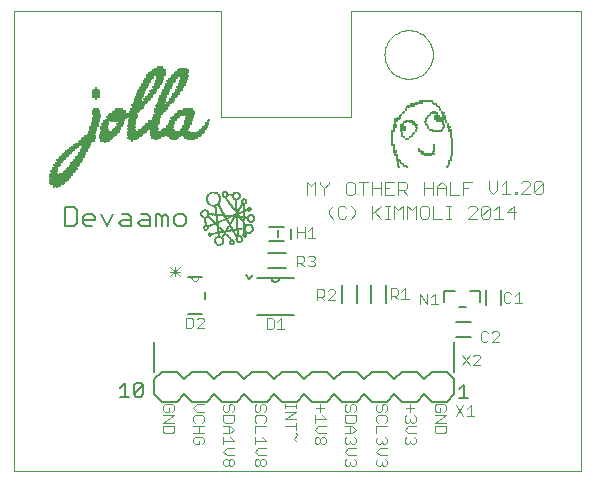
<source format=gto>
G75*
%MOIN*%
%OFA0B0*%
%FSLAX24Y24*%
%IPPOS*%
%LPD*%
%AMOC8*
5,1,8,0,0,1.08239X$1,22.5*
%
%ADD10C,0.0000*%
%ADD11C,0.0040*%
%ADD12C,0.0030*%
%ADD13C,0.0050*%
%ADD14C,0.0060*%
%ADD15R,0.0050X0.0050*%
%ADD16R,0.0100X0.0050*%
%ADD17R,0.0150X0.0050*%
%ADD18R,0.0250X0.0050*%
%ADD19R,0.0450X0.0050*%
%ADD20R,0.0350X0.0050*%
%ADD21R,0.0200X0.0050*%
%ADD22R,0.0300X0.0050*%
%ADD23R,0.0400X0.0050*%
%ADD24R,0.0550X0.0050*%
%ADD25R,0.0600X0.0050*%
%ADD26R,0.0650X0.0050*%
%ADD27R,0.0700X0.0050*%
%ADD28R,0.0750X0.0050*%
%ADD29R,0.0800X0.0050*%
%ADD30R,0.0500X0.0050*%
%ADD31R,0.1750X0.0050*%
%ADD32R,0.1800X0.0050*%
%ADD33R,0.1350X0.0050*%
%ADD34R,0.1050X0.0050*%
%ADD35R,0.1000X0.0050*%
%ADD36R,0.0950X0.0050*%
%ADD37R,0.0071X0.0004*%
%ADD38R,0.0087X0.0004*%
%ADD39R,0.0004X0.0004*%
%ADD40R,0.0118X0.0004*%
%ADD41R,0.0134X0.0004*%
%ADD42R,0.0146X0.0004*%
%ADD43R,0.0154X0.0004*%
%ADD44R,0.0173X0.0004*%
%ADD45R,0.0039X0.0004*%
%ADD46R,0.0063X0.0004*%
%ADD47R,0.0189X0.0004*%
%ADD48R,0.0075X0.0004*%
%ADD49R,0.0094X0.0004*%
%ADD50R,0.0106X0.0004*%
%ADD51R,0.0059X0.0004*%
%ADD52R,0.0114X0.0004*%
%ADD53R,0.0055X0.0004*%
%ADD54R,0.0051X0.0004*%
%ADD55R,0.0126X0.0004*%
%ADD56R,0.0047X0.0004*%
%ADD57R,0.0043X0.0004*%
%ADD58R,0.0031X0.0004*%
%ADD59R,0.0035X0.0004*%
%ADD60R,0.0067X0.0004*%
%ADD61R,0.0091X0.0004*%
%ADD62R,0.0098X0.0004*%
%ADD63R,0.0122X0.0004*%
%ADD64R,0.0130X0.0004*%
%ADD65R,0.0142X0.0004*%
%ADD66R,0.0150X0.0004*%
%ADD67R,0.0161X0.0004*%
%ADD68R,0.0083X0.0004*%
%ADD69R,0.0224X0.0004*%
%ADD70R,0.0181X0.0004*%
%ADD71R,0.0165X0.0004*%
%ADD72R,0.0193X0.0004*%
%ADD73R,0.0110X0.0004*%
%ADD74R,0.0102X0.0004*%
%ADD75R,0.0079X0.0004*%
%ADD76R,0.0012X0.0004*%
%ADD77R,0.0217X0.0004*%
%ADD78R,0.0008X0.0004*%
%ADD79R,0.0244X0.0004*%
%ADD80R,0.0272X0.0004*%
%ADD81R,0.0283X0.0004*%
%ADD82R,0.0248X0.0004*%
%ADD83R,0.0213X0.0004*%
%ADD84R,0.0157X0.0004*%
%ADD85R,0.0197X0.0004*%
%ADD86R,0.0169X0.0004*%
%ADD87R,0.0209X0.0004*%
%ADD88R,0.0185X0.0004*%
%ADD89R,0.0201X0.0004*%
%ADD90R,0.0291X0.0004*%
%ADD91R,0.0276X0.0004*%
%ADD92R,0.0268X0.0004*%
%ADD93R,0.0232X0.0004*%
%ADD94R,0.0205X0.0004*%
%ADD95R,0.0280X0.0004*%
%ADD96R,0.0220X0.0004*%
%ADD97R,0.0138X0.0004*%
%ADD98R,0.0177X0.0004*%
%ADD99R,0.0016X0.0004*%
%ADD100R,0.0028X0.0004*%
%ADD101R,0.0299X0.0004*%
%ADD102R,0.0319X0.0004*%
%ADD103R,0.0362X0.0004*%
%ADD104R,0.0406X0.0004*%
%ADD105R,0.0445X0.0004*%
%ADD106R,0.0370X0.0004*%
%ADD107R,0.0024X0.0004*%
%ADD108R,0.0508X0.0004*%
%ADD109R,0.0488X0.0004*%
%ADD110R,0.0378X0.0004*%
%ADD111R,0.0390X0.0004*%
%ADD112R,0.0382X0.0004*%
%ADD113R,0.0394X0.0004*%
%ADD114R,0.0437X0.0004*%
%ADD115R,0.0417X0.0004*%
%ADD116R,0.0425X0.0004*%
%ADD117R,0.0398X0.0004*%
%ADD118R,0.0374X0.0004*%
%ADD119R,0.0020X0.0004*%
%ADD120R,0.0441X0.0004*%
%ADD121R,0.0386X0.0004*%
%ADD122R,0.0402X0.0004*%
%ADD123R,0.0413X0.0004*%
%ADD124R,0.0339X0.0004*%
%ADD125R,0.0303X0.0004*%
%ADD126R,0.0236X0.0004*%
%ADD127R,0.0240X0.0004*%
D10*
X000139Y000149D02*
X000139Y015504D01*
X007029Y015504D01*
X007029Y011960D01*
X011360Y011960D01*
X011360Y015504D01*
X019037Y015504D01*
X019037Y000149D01*
X000139Y000149D01*
X006043Y006626D02*
X006045Y006605D01*
X006050Y006585D01*
X006059Y006566D01*
X006071Y006549D01*
X006086Y006534D01*
X006103Y006522D01*
X006122Y006513D01*
X006142Y006508D01*
X006163Y006506D01*
X006184Y006508D01*
X006204Y006513D01*
X006223Y006522D01*
X006240Y006534D01*
X006255Y006549D01*
X006267Y006566D01*
X006276Y006585D01*
X006281Y006605D01*
X006283Y006626D01*
X012482Y014047D02*
X012484Y014103D01*
X012490Y014159D01*
X012500Y014215D01*
X012513Y014269D01*
X012531Y014323D01*
X012552Y014375D01*
X012576Y014426D01*
X012605Y014475D01*
X012636Y014521D01*
X012671Y014566D01*
X012708Y014608D01*
X012749Y014647D01*
X012792Y014683D01*
X012838Y014716D01*
X012885Y014746D01*
X012935Y014772D01*
X012987Y014795D01*
X013040Y014815D01*
X013094Y014830D01*
X013149Y014842D01*
X013205Y014850D01*
X013261Y014854D01*
X013317Y014854D01*
X013373Y014850D01*
X013429Y014842D01*
X013484Y014830D01*
X013538Y014815D01*
X013591Y014795D01*
X013643Y014772D01*
X013692Y014746D01*
X013740Y014716D01*
X013786Y014683D01*
X013829Y014647D01*
X013870Y014608D01*
X013907Y014566D01*
X013942Y014521D01*
X013973Y014475D01*
X014002Y014426D01*
X014026Y014375D01*
X014047Y014323D01*
X014065Y014269D01*
X014078Y014215D01*
X014088Y014159D01*
X014094Y014103D01*
X014096Y014047D01*
X014094Y013991D01*
X014088Y013935D01*
X014078Y013879D01*
X014065Y013825D01*
X014047Y013771D01*
X014026Y013719D01*
X014002Y013668D01*
X013973Y013619D01*
X013942Y013573D01*
X013907Y013528D01*
X013870Y013486D01*
X013829Y013447D01*
X013786Y013411D01*
X013740Y013378D01*
X013693Y013348D01*
X013643Y013322D01*
X013591Y013299D01*
X013538Y013279D01*
X013484Y013264D01*
X013429Y013252D01*
X013373Y013244D01*
X013317Y013240D01*
X013261Y013240D01*
X013205Y013244D01*
X013149Y013252D01*
X013094Y013264D01*
X013040Y013279D01*
X012987Y013299D01*
X012935Y013322D01*
X012885Y013348D01*
X012838Y013378D01*
X012792Y013411D01*
X012749Y013447D01*
X012708Y013486D01*
X012671Y013528D01*
X012636Y013573D01*
X012605Y013619D01*
X012576Y013668D01*
X012552Y013719D01*
X012531Y013771D01*
X012513Y013825D01*
X012500Y013879D01*
X012490Y013935D01*
X012484Y013991D01*
X012482Y014047D01*
D11*
X012504Y009805D02*
X012504Y009373D01*
X012792Y009373D01*
X012939Y009373D02*
X012939Y009805D01*
X013155Y009805D01*
X013227Y009733D01*
X013227Y009589D01*
X013155Y009517D01*
X012939Y009517D01*
X013083Y009517D02*
X013227Y009373D01*
X013240Y009011D02*
X013384Y008867D01*
X013528Y009011D01*
X013528Y008578D01*
X013675Y008650D02*
X013747Y008578D01*
X013891Y008578D01*
X013963Y008650D01*
X013963Y008939D01*
X013891Y009011D01*
X013747Y009011D01*
X013675Y008939D01*
X013675Y008650D01*
X014110Y008578D02*
X014110Y009011D01*
X014545Y009011D02*
X014689Y009011D01*
X014617Y009011D02*
X014617Y008578D01*
X014545Y008578D02*
X014689Y008578D01*
X014398Y008578D02*
X014110Y008578D01*
X013240Y008578D02*
X013240Y009011D01*
X013093Y009011D02*
X012949Y008867D01*
X012805Y009011D01*
X012805Y008578D01*
X012659Y008578D02*
X012515Y008578D01*
X012587Y008578D02*
X012587Y009011D01*
X012515Y009011D02*
X012659Y009011D01*
X012368Y009011D02*
X012080Y008722D01*
X012152Y008795D02*
X012368Y008578D01*
X012080Y008578D02*
X012080Y009011D01*
X012069Y009373D02*
X012069Y009805D01*
X011922Y009805D02*
X011634Y009805D01*
X011778Y009805D02*
X011778Y009373D01*
X011487Y009445D02*
X011487Y009733D01*
X011415Y009805D01*
X011271Y009805D01*
X011199Y009733D01*
X011199Y009445D01*
X011271Y009373D01*
X011415Y009373D01*
X011487Y009445D01*
X012069Y009589D02*
X012357Y009589D01*
X012504Y009589D02*
X012648Y009589D01*
X012792Y009805D02*
X012504Y009805D01*
X012357Y009805D02*
X012357Y009373D01*
X013093Y009011D02*
X013093Y008578D01*
X013809Y009373D02*
X013809Y009805D01*
X013809Y009589D02*
X014097Y009589D01*
X014244Y009589D02*
X014532Y009589D01*
X014532Y009661D02*
X014532Y009373D01*
X014679Y009373D02*
X014967Y009373D01*
X015114Y009373D02*
X015114Y009805D01*
X015402Y009805D01*
X015258Y009589D02*
X015114Y009589D01*
X014679Y009805D02*
X014679Y009373D01*
X014532Y009661D02*
X014388Y009805D01*
X014244Y009661D01*
X014244Y009373D01*
X014097Y009373D02*
X014097Y009805D01*
X015270Y008939D02*
X015342Y009011D01*
X015486Y009011D01*
X015558Y008939D01*
X015558Y008867D01*
X015270Y008578D01*
X015558Y008578D01*
X015705Y008650D02*
X015993Y008939D01*
X015993Y008650D01*
X015921Y008578D01*
X015777Y008578D01*
X015705Y008650D01*
X015705Y008939D01*
X015777Y009011D01*
X015921Y009011D01*
X015993Y008939D01*
X016140Y008867D02*
X016284Y009011D01*
X016284Y008578D01*
X016140Y008578D02*
X016428Y008578D01*
X016791Y008578D02*
X016791Y009011D01*
X016575Y008795D01*
X016863Y008795D01*
X016892Y009393D02*
X016820Y009393D01*
X016820Y009466D01*
X016892Y009466D01*
X016892Y009393D01*
X017038Y009393D02*
X017326Y009682D01*
X017326Y009754D01*
X017254Y009826D01*
X017110Y009826D01*
X017038Y009754D01*
X017038Y009393D02*
X017326Y009393D01*
X017473Y009466D02*
X017761Y009754D01*
X017761Y009466D01*
X017689Y009393D01*
X017545Y009393D01*
X017473Y009466D01*
X017473Y009754D01*
X017545Y009826D01*
X017689Y009826D01*
X017761Y009754D01*
X016674Y009393D02*
X016385Y009393D01*
X016530Y009393D02*
X016530Y009826D01*
X016385Y009682D01*
X016239Y009538D02*
X016239Y009826D01*
X015950Y009826D02*
X015950Y009538D01*
X016095Y009393D01*
X016239Y009538D01*
X011499Y008867D02*
X011499Y008722D01*
X011354Y008578D01*
X011208Y008650D02*
X011136Y008578D01*
X010992Y008578D01*
X010919Y008650D01*
X010919Y008939D01*
X010992Y009011D01*
X011136Y009011D01*
X011208Y008939D01*
X011354Y009011D02*
X011499Y008867D01*
X010774Y009011D02*
X010629Y008867D01*
X010629Y008722D01*
X010774Y008578D01*
X010473Y009373D02*
X010473Y009589D01*
X010617Y009733D01*
X010617Y009805D01*
X010473Y009589D02*
X010329Y009733D01*
X010329Y009805D01*
X010182Y009805D02*
X010182Y009373D01*
X009894Y009373D02*
X009894Y009805D01*
X010038Y009661D01*
X010182Y009805D01*
X013672Y006072D02*
X013908Y005718D01*
X013908Y006072D01*
X014034Y005954D02*
X014152Y006072D01*
X014152Y005718D01*
X014034Y005718D02*
X014270Y005718D01*
X013672Y005718D02*
X013672Y006072D01*
X009149Y004897D02*
X008913Y004897D01*
X009031Y004897D02*
X009031Y005251D01*
X008913Y005133D01*
X008786Y005192D02*
X008786Y004956D01*
X008727Y004897D01*
X008550Y004897D01*
X008550Y005251D01*
X008727Y005251D01*
X008786Y005192D01*
X006462Y005162D02*
X006462Y005221D01*
X006403Y005280D01*
X006285Y005280D01*
X006226Y005221D01*
X006099Y005221D02*
X006040Y005280D01*
X005863Y005280D01*
X005863Y004926D01*
X006040Y004926D01*
X006099Y004985D01*
X006099Y005221D01*
X006226Y004926D02*
X006462Y005162D01*
X006462Y004926D02*
X006226Y004926D01*
X014871Y002349D02*
X015107Y001995D01*
X015233Y001995D02*
X015469Y001995D01*
X015351Y001995D02*
X015351Y002349D01*
X015233Y002231D01*
X015107Y002349D02*
X014871Y001995D01*
D12*
X014518Y002022D02*
X014154Y001779D01*
X014518Y001779D01*
X014518Y001659D02*
X014154Y001659D01*
X014154Y001477D01*
X014215Y001417D01*
X014458Y001417D01*
X014518Y001477D01*
X014518Y001659D01*
X014518Y002022D02*
X014154Y002022D01*
X014215Y002142D02*
X014336Y002142D01*
X014336Y002263D01*
X014215Y002142D02*
X014154Y002202D01*
X014154Y002324D01*
X014215Y002384D01*
X014458Y002384D01*
X014518Y002324D01*
X014518Y002202D01*
X014458Y002142D01*
X013518Y001961D02*
X013518Y001840D01*
X013458Y001779D01*
X013397Y001779D01*
X013336Y001840D01*
X013276Y001779D01*
X013215Y001779D01*
X013154Y001840D01*
X013154Y001961D01*
X013215Y002022D01*
X013336Y002142D02*
X013336Y002384D01*
X013458Y002263D02*
X013215Y002263D01*
X013458Y002022D02*
X013518Y001961D01*
X013336Y001901D02*
X013336Y001840D01*
X013276Y001659D02*
X013154Y001538D01*
X013276Y001417D01*
X013518Y001417D01*
X013458Y001297D02*
X013518Y001236D01*
X013518Y001115D01*
X013458Y001054D01*
X013397Y001054D01*
X013336Y001115D01*
X013276Y001054D01*
X013215Y001054D01*
X013154Y001115D01*
X013154Y001236D01*
X013215Y001297D01*
X013336Y001176D02*
X013336Y001115D01*
X013276Y001659D02*
X013518Y001659D01*
X012568Y001659D02*
X012204Y001659D01*
X012204Y001417D01*
X012265Y001297D02*
X012204Y001236D01*
X012204Y001115D01*
X012265Y001054D01*
X012326Y001054D01*
X012386Y001115D01*
X012386Y001176D01*
X012386Y001115D02*
X012447Y001054D01*
X012508Y001054D01*
X012568Y001115D01*
X012568Y001236D01*
X012508Y001297D01*
X012568Y000934D02*
X012326Y000934D01*
X012204Y000813D01*
X012326Y000692D01*
X012568Y000692D01*
X012508Y000572D02*
X012568Y000511D01*
X012568Y000390D01*
X012508Y000329D01*
X012447Y000329D01*
X012386Y000390D01*
X012326Y000329D01*
X012265Y000329D01*
X012204Y000390D01*
X012204Y000511D01*
X012265Y000572D01*
X012386Y000451D02*
X012386Y000390D01*
X011518Y000390D02*
X011458Y000329D01*
X011397Y000329D01*
X011336Y000390D01*
X011276Y000329D01*
X011215Y000329D01*
X011154Y000390D01*
X011154Y000511D01*
X011215Y000572D01*
X011276Y000692D02*
X011518Y000692D01*
X011458Y000572D02*
X011518Y000511D01*
X011518Y000390D01*
X011336Y000390D02*
X011336Y000451D01*
X011276Y000692D02*
X011154Y000813D01*
X011276Y000934D01*
X011518Y000934D01*
X011458Y001054D02*
X011397Y001054D01*
X011336Y001115D01*
X011276Y001054D01*
X011215Y001054D01*
X011154Y001115D01*
X011154Y001236D01*
X011215Y001297D01*
X011154Y001417D02*
X011397Y001417D01*
X011518Y001538D01*
X011397Y001659D01*
X011154Y001659D01*
X011215Y001779D02*
X011458Y001779D01*
X011518Y001840D01*
X011518Y002022D01*
X011154Y002022D01*
X011154Y001840D01*
X011215Y001779D01*
X011336Y001659D02*
X011336Y001417D01*
X011458Y001297D02*
X011518Y001236D01*
X011518Y001115D01*
X011458Y001054D01*
X011336Y001115D02*
X011336Y001176D01*
X010518Y001236D02*
X010518Y001115D01*
X010458Y001054D01*
X010397Y001054D01*
X010336Y001115D01*
X010336Y001236D01*
X010397Y001297D01*
X010458Y001297D01*
X010518Y001236D01*
X010336Y001236D02*
X010276Y001297D01*
X010215Y001297D01*
X010154Y001236D01*
X010154Y001115D01*
X010215Y001054D01*
X010276Y001054D01*
X010336Y001115D01*
X010276Y001417D02*
X010518Y001417D01*
X010276Y001417D02*
X010154Y001538D01*
X010276Y001659D01*
X010518Y001659D01*
X010154Y001779D02*
X010154Y002022D01*
X010154Y001901D02*
X010518Y001901D01*
X010397Y002022D01*
X010336Y002142D02*
X010336Y002384D01*
X010458Y002263D02*
X010215Y002263D01*
X009518Y002263D02*
X009518Y002384D01*
X009518Y002324D02*
X009154Y002324D01*
X009154Y002384D02*
X009154Y002263D01*
X009154Y002143D02*
X009518Y002143D01*
X009154Y001900D01*
X009518Y001900D01*
X009518Y001780D02*
X009518Y001538D01*
X009518Y001418D02*
X009579Y001357D01*
X009458Y001236D01*
X009518Y001175D01*
X009518Y001659D02*
X009154Y001659D01*
X008518Y001659D02*
X008154Y001659D01*
X008154Y001417D01*
X008154Y001297D02*
X008154Y001054D01*
X008154Y001176D02*
X008518Y001176D01*
X008397Y001297D01*
X008276Y000934D02*
X008154Y000813D01*
X008276Y000692D01*
X008518Y000692D01*
X008458Y000572D02*
X008397Y000572D01*
X008336Y000511D01*
X008336Y000390D01*
X008276Y000329D01*
X008215Y000329D01*
X008154Y000390D01*
X008154Y000511D01*
X008215Y000572D01*
X008276Y000572D01*
X008336Y000511D01*
X008336Y000390D02*
X008397Y000329D01*
X008458Y000329D01*
X008518Y000390D01*
X008518Y000511D01*
X008458Y000572D01*
X008518Y000934D02*
X008276Y000934D01*
X007468Y000934D02*
X007226Y000934D01*
X007104Y000813D01*
X007226Y000692D01*
X007468Y000692D01*
X007408Y000572D02*
X007347Y000572D01*
X007286Y000511D01*
X007286Y000390D01*
X007226Y000329D01*
X007165Y000329D01*
X007104Y000390D01*
X007104Y000511D01*
X007165Y000572D01*
X007226Y000572D01*
X007286Y000511D01*
X007286Y000390D02*
X007347Y000329D01*
X007408Y000329D01*
X007468Y000390D01*
X007468Y000511D01*
X007408Y000572D01*
X007104Y001054D02*
X007104Y001297D01*
X007104Y001417D02*
X007347Y001417D01*
X007468Y001538D01*
X007347Y001659D01*
X007104Y001659D01*
X007165Y001779D02*
X007408Y001779D01*
X007468Y001840D01*
X007468Y002022D01*
X007104Y002022D01*
X007104Y001840D01*
X007165Y001779D01*
X007286Y001659D02*
X007286Y001417D01*
X007347Y001297D02*
X007468Y001176D01*
X007104Y001176D01*
X006468Y001236D02*
X006408Y001297D01*
X006165Y001297D01*
X006104Y001236D01*
X006104Y001115D01*
X006165Y001054D01*
X006286Y001054D01*
X006286Y001176D01*
X006408Y001054D02*
X006468Y001115D01*
X006468Y001236D01*
X006468Y001417D02*
X006104Y001417D01*
X006286Y001417D02*
X006286Y001659D01*
X006165Y001779D02*
X006104Y001840D01*
X006104Y001961D01*
X006165Y002022D01*
X006408Y002022D01*
X006468Y001961D01*
X006468Y001840D01*
X006408Y001779D01*
X006468Y001659D02*
X006104Y001659D01*
X005468Y001659D02*
X005468Y001477D01*
X005408Y001417D01*
X005165Y001417D01*
X005104Y001477D01*
X005104Y001659D01*
X005468Y001659D01*
X005468Y001779D02*
X005104Y001779D01*
X005468Y002022D01*
X005104Y002022D01*
X005165Y002142D02*
X005286Y002142D01*
X005286Y002263D01*
X005165Y002142D02*
X005104Y002202D01*
X005104Y002324D01*
X005165Y002384D01*
X005408Y002384D01*
X005468Y002324D01*
X005468Y002202D01*
X005408Y002142D01*
X006104Y002263D02*
X006226Y002142D01*
X006468Y002142D01*
X006468Y002384D02*
X006226Y002384D01*
X006104Y002263D01*
X007104Y002202D02*
X007165Y002142D01*
X007226Y002142D01*
X007286Y002202D01*
X007286Y002324D01*
X007347Y002384D01*
X007408Y002384D01*
X007468Y002324D01*
X007468Y002202D01*
X007408Y002142D01*
X007104Y002202D02*
X007104Y002324D01*
X007165Y002384D01*
X008154Y002324D02*
X008215Y002384D01*
X008154Y002324D02*
X008154Y002202D01*
X008215Y002142D01*
X008276Y002142D01*
X008336Y002202D01*
X008336Y002324D01*
X008397Y002384D01*
X008458Y002384D01*
X008518Y002324D01*
X008518Y002202D01*
X008458Y002142D01*
X008458Y002022D02*
X008215Y002022D01*
X008154Y001961D01*
X008154Y001840D01*
X008215Y001779D01*
X008458Y001779D02*
X008518Y001840D01*
X008518Y001961D01*
X008458Y002022D01*
X011154Y002202D02*
X011215Y002142D01*
X011276Y002142D01*
X011336Y002202D01*
X011336Y002324D01*
X011397Y002384D01*
X011458Y002384D01*
X011518Y002324D01*
X011518Y002202D01*
X011458Y002142D01*
X011154Y002202D02*
X011154Y002324D01*
X011215Y002384D01*
X012204Y002324D02*
X012265Y002384D01*
X012204Y002324D02*
X012204Y002202D01*
X012265Y002142D01*
X012326Y002142D01*
X012386Y002202D01*
X012386Y002324D01*
X012447Y002384D01*
X012508Y002384D01*
X012568Y002324D01*
X012568Y002202D01*
X012508Y002142D01*
X012508Y002022D02*
X012265Y002022D01*
X012204Y001961D01*
X012204Y001840D01*
X012265Y001779D01*
X012508Y001779D02*
X012568Y001840D01*
X012568Y001961D01*
X012508Y002022D01*
X015076Y003683D02*
X015319Y004047D01*
X015439Y003986D02*
X015500Y004047D01*
X015621Y004047D01*
X015682Y003986D01*
X015682Y003925D01*
X015439Y003683D01*
X015682Y003683D01*
X015319Y003683D02*
X015076Y004047D01*
X015692Y004527D02*
X015753Y004466D01*
X015874Y004466D01*
X015935Y004527D01*
X016055Y004466D02*
X016298Y004709D01*
X016298Y004770D01*
X016237Y004830D01*
X016116Y004830D01*
X016055Y004770D01*
X015935Y004770D02*
X015874Y004830D01*
X015753Y004830D01*
X015692Y004770D01*
X015692Y004527D01*
X016055Y004466D02*
X016298Y004466D01*
X016528Y005755D02*
X016649Y005755D01*
X016710Y005816D01*
X016830Y005755D02*
X017073Y005755D01*
X016951Y005755D02*
X016951Y006119D01*
X016830Y005998D01*
X016710Y006059D02*
X016649Y006119D01*
X016528Y006119D01*
X016467Y006059D01*
X016467Y005816D01*
X016528Y005755D01*
X013290Y005891D02*
X013047Y005891D01*
X012928Y005891D02*
X012806Y006012D01*
X012867Y006012D02*
X012685Y006012D01*
X012685Y005891D02*
X012685Y006255D01*
X012867Y006255D01*
X012928Y006194D01*
X012928Y006073D01*
X012867Y006012D01*
X013047Y006133D02*
X013169Y006255D01*
X013169Y005891D01*
X010840Y005860D02*
X010597Y005860D01*
X010840Y006103D01*
X010840Y006163D01*
X010779Y006224D01*
X010658Y006224D01*
X010597Y006163D01*
X010478Y006163D02*
X010478Y006042D01*
X010417Y005981D01*
X010235Y005981D01*
X010235Y005860D02*
X010235Y006224D01*
X010417Y006224D01*
X010478Y006163D01*
X010356Y005981D02*
X010478Y005860D01*
X010100Y006984D02*
X009979Y006984D01*
X009918Y007045D01*
X009798Y006984D02*
X009677Y007105D01*
X009738Y007105D02*
X009556Y007105D01*
X009556Y006984D02*
X009556Y007348D01*
X009738Y007348D01*
X009798Y007287D01*
X009798Y007166D01*
X009738Y007105D01*
X009918Y007287D02*
X009979Y007348D01*
X010100Y007348D01*
X010161Y007287D01*
X010161Y007227D01*
X010100Y007166D01*
X010161Y007105D01*
X010161Y007045D01*
X010100Y006984D01*
X010100Y007166D02*
X010039Y007166D01*
X010061Y007936D02*
X010061Y008301D01*
X009939Y008179D01*
X009819Y008118D02*
X009577Y008118D01*
X009577Y007936D02*
X009577Y008301D01*
X009819Y008301D02*
X009819Y007936D01*
X009939Y007936D02*
X010182Y007936D01*
X005652Y006963D02*
X005338Y006649D01*
X005495Y006649D02*
X005495Y006963D01*
X005338Y006963D02*
X005652Y006649D01*
X005652Y006806D02*
X005338Y006806D01*
D13*
X005264Y008341D02*
X005264Y008646D01*
X005163Y008748D01*
X005061Y008646D01*
X005061Y008341D01*
X004857Y008341D02*
X004857Y008748D01*
X004959Y008748D01*
X005061Y008646D01*
X005465Y008646D02*
X005465Y008442D01*
X005567Y008341D01*
X005770Y008341D01*
X005872Y008442D01*
X005872Y008646D01*
X005770Y008748D01*
X005567Y008748D01*
X005465Y008646D01*
X004657Y008646D02*
X004657Y008341D01*
X004351Y008341D01*
X004250Y008442D01*
X004351Y008544D01*
X004657Y008544D01*
X004657Y008646D02*
X004555Y008748D01*
X004351Y008748D01*
X004049Y008646D02*
X004049Y008341D01*
X003744Y008341D01*
X003642Y008442D01*
X003744Y008544D01*
X004049Y008544D01*
X004049Y008646D02*
X003947Y008748D01*
X003744Y008748D01*
X003441Y008748D02*
X003238Y008341D01*
X003034Y008748D01*
X002833Y008646D02*
X002833Y008544D01*
X002426Y008544D01*
X002426Y008442D02*
X002426Y008646D01*
X002528Y008748D01*
X002732Y008748D01*
X002833Y008646D01*
X002732Y008341D02*
X002528Y008341D01*
X002426Y008442D01*
X002226Y008442D02*
X002226Y008849D01*
X002124Y008951D01*
X001819Y008951D01*
X001819Y008341D01*
X002124Y008341D01*
X002226Y008442D01*
X007856Y006685D02*
X007974Y006567D01*
X008092Y006685D01*
X008591Y006919D02*
X009191Y006919D01*
X009191Y007419D02*
X008591Y007419D01*
X008626Y007835D02*
X009137Y007835D01*
X008941Y007953D02*
X008941Y008190D01*
X009137Y008308D02*
X008626Y008308D01*
X009374Y008229D02*
X009374Y007914D01*
X011067Y006355D02*
X011067Y005755D01*
X011567Y005755D02*
X011567Y006355D01*
X012048Y006355D02*
X012048Y005755D01*
X012548Y005755D02*
X012548Y006355D01*
X014852Y005145D02*
X015352Y005145D01*
X015352Y004645D02*
X014852Y004645D01*
X014805Y004468D02*
X014805Y003468D01*
X015127Y003043D02*
X015127Y002592D01*
X014977Y002592D02*
X015277Y002592D01*
X014977Y002892D02*
X015127Y003043D01*
X015869Y005698D02*
X015869Y006198D01*
X016369Y006198D02*
X016369Y005698D01*
X004805Y004468D02*
X004805Y003468D01*
X004427Y003017D02*
X004127Y002717D01*
X004202Y002642D01*
X004352Y002642D01*
X004427Y002717D01*
X004427Y003017D01*
X004352Y003093D01*
X004202Y003093D01*
X004127Y003017D01*
X004127Y002717D01*
X003967Y002642D02*
X003667Y002642D01*
X003817Y002642D02*
X003817Y003093D01*
X003667Y002942D01*
D14*
X004813Y002717D02*
X004813Y003217D01*
X005063Y003467D01*
X005563Y003467D01*
X005813Y003217D01*
X006063Y003467D01*
X006563Y003467D01*
X006813Y003217D01*
X007063Y003467D01*
X007563Y003467D01*
X007813Y003217D01*
X008063Y003467D01*
X008563Y003467D01*
X008813Y003217D01*
X009063Y003467D01*
X009563Y003467D01*
X009813Y003217D01*
X010063Y003467D01*
X010563Y003467D01*
X010813Y003217D01*
X011063Y003467D01*
X011563Y003467D01*
X011813Y003217D01*
X012063Y003467D01*
X012563Y003467D01*
X012813Y003217D01*
X013063Y003467D01*
X013563Y003467D01*
X013813Y003217D01*
X014063Y003467D01*
X014563Y003467D01*
X014813Y003217D01*
X014813Y002717D01*
X014563Y002467D01*
X014063Y002467D01*
X013813Y002717D01*
X013563Y002467D01*
X013063Y002467D01*
X012813Y002717D01*
X012563Y002467D01*
X012063Y002467D01*
X011813Y002717D01*
X011563Y002467D01*
X011063Y002467D01*
X010813Y002717D01*
X010563Y002467D01*
X010063Y002467D01*
X009813Y002717D01*
X009563Y002467D01*
X009063Y002467D01*
X008813Y002717D01*
X008563Y002467D01*
X008063Y002467D01*
X007813Y002717D01*
X007563Y002467D01*
X007063Y002467D01*
X006813Y002717D01*
X006563Y002467D01*
X006063Y002467D01*
X005813Y002717D01*
X005563Y002467D01*
X005063Y002467D01*
X004813Y002717D01*
X005923Y005406D02*
X006403Y005406D01*
X006503Y005886D02*
X006503Y006146D01*
X006403Y006626D02*
X006283Y006626D01*
X006043Y006626D01*
X005923Y006626D01*
X008230Y006587D02*
X008720Y006587D01*
X008960Y006587D01*
X009450Y006587D01*
X008960Y006587D02*
X008958Y006566D01*
X008953Y006546D01*
X008944Y006527D01*
X008932Y006510D01*
X008917Y006495D01*
X008900Y006483D01*
X008881Y006474D01*
X008861Y006469D01*
X008840Y006467D01*
X008819Y006469D01*
X008799Y006474D01*
X008780Y006483D01*
X008763Y006495D01*
X008748Y006510D01*
X008736Y006527D01*
X008727Y006546D01*
X008722Y006566D01*
X008720Y006587D01*
X008230Y005367D02*
X009450Y005367D01*
X014482Y005798D02*
X014482Y006178D01*
X014842Y006178D01*
X015322Y006178D02*
X015682Y006178D01*
X015682Y005798D01*
X015212Y005618D02*
X014952Y005618D01*
D15*
X014567Y010285D03*
X014717Y010935D03*
X014717Y010985D03*
X014717Y011235D03*
X014467Y011635D03*
X014467Y011685D03*
X014417Y011785D03*
X013917Y011635D03*
X013867Y011735D03*
X013867Y011835D03*
X013867Y011885D03*
X013567Y011585D03*
X013517Y011485D03*
X013467Y011435D03*
X013067Y011435D03*
X013067Y011385D03*
X013067Y011335D03*
X013017Y010435D03*
X012917Y010435D03*
X012917Y010385D03*
X012967Y010285D03*
X013217Y010285D03*
X006630Y011874D03*
X004080Y011174D03*
X003180Y011124D03*
X001580Y009624D03*
X001480Y009624D03*
D16*
X002855Y012574D03*
X002855Y012924D03*
X006605Y011824D03*
X012742Y011435D03*
X012742Y011385D03*
X012742Y011335D03*
X012742Y011285D03*
X012742Y011235D03*
X012742Y011185D03*
X012742Y011135D03*
X012742Y011085D03*
X012792Y010985D03*
X012792Y010935D03*
X012792Y010885D03*
X012842Y010735D03*
X012892Y010635D03*
X012892Y010585D03*
X012942Y010335D03*
X013092Y010385D03*
X013642Y010885D03*
X014092Y010785D03*
X014142Y010835D03*
X014142Y010885D03*
X014142Y010935D03*
X014142Y010985D03*
X014142Y011035D03*
X014742Y011035D03*
X014742Y011085D03*
X014742Y011135D03*
X014742Y011185D03*
X014692Y011285D03*
X014692Y011335D03*
X014692Y011385D03*
X014692Y011435D03*
X014642Y011585D03*
X014592Y011685D03*
X014592Y011735D03*
X014542Y011785D03*
X014542Y011835D03*
X014442Y011735D03*
X014442Y011585D03*
X014392Y011535D03*
X013942Y011585D03*
X013892Y011685D03*
X013842Y011785D03*
X013892Y011935D03*
X013942Y011985D03*
X013992Y012035D03*
X014242Y012035D03*
X014342Y012185D03*
X014342Y012235D03*
X014292Y012285D03*
X014242Y012335D03*
X014092Y012435D03*
X014392Y012135D03*
X014442Y012035D03*
X013542Y011635D03*
X013542Y011535D03*
X013442Y011385D03*
X013392Y011335D03*
X013342Y011285D03*
X013142Y011285D03*
X013042Y011485D03*
X012792Y011535D03*
X012792Y011585D03*
X012842Y011735D03*
X012842Y011785D03*
X012992Y011985D03*
X013042Y012035D03*
X013092Y012085D03*
X013142Y012135D03*
X013192Y012185D03*
X013192Y012235D03*
X013092Y011735D03*
X014742Y010885D03*
X014742Y010835D03*
X014742Y010785D03*
X014742Y010735D03*
X014742Y010685D03*
X014692Y010635D03*
X014692Y010585D03*
X014692Y010535D03*
X014642Y010485D03*
X014642Y010435D03*
X014642Y010385D03*
X014592Y010335D03*
D17*
X013717Y010785D03*
X013667Y010835D03*
X013217Y011235D03*
X012767Y011035D03*
X012817Y010835D03*
X012817Y010785D03*
X012867Y010685D03*
X012917Y010535D03*
X012967Y010485D03*
X013167Y010335D03*
X012767Y011485D03*
X012817Y011635D03*
X012817Y011685D03*
X012867Y011835D03*
X012967Y011935D03*
X013167Y011785D03*
X013067Y011685D03*
X013467Y011735D03*
X013517Y011685D03*
X014017Y011535D03*
X014617Y011635D03*
X014667Y011535D03*
X014667Y011485D03*
X014467Y011985D03*
X014417Y012085D03*
X014117Y012135D03*
X014167Y012385D03*
X013267Y012285D03*
X006580Y011774D03*
X006580Y011724D03*
X006530Y011674D03*
X004880Y011224D03*
D18*
X005330Y011624D03*
X005330Y011674D03*
X005480Y011924D03*
X005530Y011974D03*
X005930Y011824D03*
X005930Y011774D03*
X005930Y011724D03*
X005880Y011674D03*
X005880Y011624D03*
X005830Y011574D03*
X005980Y011874D03*
X005980Y011924D03*
X005030Y012424D03*
X005080Y012574D03*
X004780Y012824D03*
X004880Y012974D03*
X004930Y013074D03*
X004980Y013124D03*
X004980Y013174D03*
X004680Y013324D03*
X004430Y012924D03*
X004380Y012824D03*
X004330Y012724D03*
X004330Y012674D03*
X004280Y012574D03*
X004580Y012574D03*
X004630Y012624D03*
X005530Y012724D03*
X005630Y012874D03*
X005680Y012974D03*
X005730Y013024D03*
X005730Y013074D03*
X005780Y013174D03*
X005780Y013574D03*
X003630Y012224D03*
X004080Y011874D03*
X004080Y011774D03*
X004030Y011674D03*
X004030Y011574D03*
X003680Y011724D03*
X003580Y011574D03*
X003530Y011524D03*
X003130Y011574D03*
X003130Y011624D03*
X003180Y011724D03*
X002880Y011874D03*
X002880Y011924D03*
X002880Y012074D03*
X002880Y012174D03*
X002830Y011774D03*
X002830Y011724D03*
X002830Y011674D03*
X002780Y011624D03*
X002780Y011574D03*
X002780Y011524D03*
X002730Y011474D03*
X002730Y011424D03*
X002530Y010974D03*
X002480Y010874D03*
X002180Y010974D03*
X002030Y010874D03*
X001980Y010824D03*
X001930Y010774D03*
X001880Y010724D03*
X001830Y010674D03*
X001780Y010624D03*
X001730Y010574D03*
X001680Y010524D03*
X001580Y010374D03*
X001480Y010174D03*
X001480Y010074D03*
X002880Y012624D03*
X006030Y011224D03*
X013367Y012335D03*
X013467Y012385D03*
X014117Y012085D03*
X014317Y011835D03*
X013917Y010685D03*
D19*
X013917Y010735D03*
X013867Y012485D03*
X006030Y011274D03*
X005480Y011324D03*
X005280Y011524D03*
X004930Y011324D03*
X004730Y011724D03*
X005030Y012224D03*
X005080Y012324D03*
X004330Y012424D03*
X004280Y012374D03*
X003630Y012124D03*
X003580Y011824D03*
X002630Y011274D03*
X001880Y010074D03*
X001580Y009724D03*
X004980Y013524D03*
X005730Y013474D03*
D20*
X005380Y013174D03*
X004980Y013574D03*
X005930Y012224D03*
X004980Y012124D03*
X005280Y011574D03*
X005480Y011274D03*
X004880Y011274D03*
X004430Y011524D03*
X004130Y012124D03*
X004180Y012174D03*
X003180Y011174D03*
X002330Y010624D03*
X002280Y010524D03*
X002230Y010474D03*
X002180Y010424D03*
X002180Y010374D03*
X002130Y010324D03*
X002080Y010274D03*
X014217Y011485D03*
D21*
X014242Y011985D03*
X013392Y011785D03*
X013092Y011635D03*
X013092Y011585D03*
X013092Y011535D03*
X012892Y011885D03*
X006505Y011624D03*
X006455Y011574D03*
X006405Y011524D03*
X005455Y011224D03*
X005355Y011724D03*
X005405Y011774D03*
X005405Y011824D03*
X005455Y011874D03*
X005305Y012424D03*
X005355Y012474D03*
X005405Y012524D03*
X005405Y012574D03*
X005455Y012624D03*
X005505Y012674D03*
X005555Y012774D03*
X005605Y012824D03*
X005655Y012924D03*
X004905Y013024D03*
X004855Y012924D03*
X004805Y012874D03*
X004755Y012774D03*
X004705Y012724D03*
X004655Y012674D03*
X004555Y012524D03*
X003705Y011774D03*
X003655Y011674D03*
X003605Y011624D03*
X003205Y011774D03*
X003205Y011824D03*
X003155Y011674D03*
X002855Y012224D03*
X002855Y012874D03*
X005005Y013624D03*
X001655Y010474D03*
X001605Y010424D03*
X001555Y010324D03*
X001505Y010274D03*
X001505Y010224D03*
X001455Y010124D03*
D22*
X001555Y009674D03*
X002305Y010574D03*
X002355Y010674D03*
X002405Y010724D03*
X002405Y010774D03*
X002455Y010824D03*
X002505Y010924D03*
X002105Y010924D03*
X002705Y011374D03*
X003155Y011524D03*
X002855Y011824D03*
X002905Y011974D03*
X002905Y012024D03*
X002855Y012124D03*
X002855Y012674D03*
X002855Y012724D03*
X002855Y012774D03*
X002855Y012824D03*
X004105Y011924D03*
X004055Y011824D03*
X004055Y011724D03*
X004055Y011624D03*
X004055Y011524D03*
X004105Y011224D03*
X004805Y011524D03*
X004855Y011874D03*
X004855Y011924D03*
X004905Y011974D03*
X004905Y012024D03*
X004955Y012074D03*
X005055Y012474D03*
X005055Y012524D03*
X005105Y012624D03*
X005105Y012674D03*
X005155Y012724D03*
X005155Y012774D03*
X005205Y012824D03*
X005205Y012874D03*
X005255Y012924D03*
X005255Y012974D03*
X005305Y013024D03*
X005305Y013074D03*
X005355Y013124D03*
X005405Y013224D03*
X005455Y013274D03*
X005755Y013124D03*
X005805Y013224D03*
X005805Y013274D03*
X005005Y013274D03*
X005005Y013224D03*
X005005Y013324D03*
X004655Y013274D03*
X004605Y013224D03*
X004555Y013174D03*
X004555Y013124D03*
X004505Y013074D03*
X004505Y013024D03*
X004455Y012974D03*
X004405Y012874D03*
X004355Y012774D03*
X004305Y012624D03*
X004255Y012524D03*
X006005Y011974D03*
X005805Y011524D03*
X006355Y011474D03*
X013292Y011835D03*
X013642Y012435D03*
D23*
X014342Y011935D03*
X014342Y011885D03*
X005755Y013524D03*
X005055Y012274D03*
X005005Y012174D03*
X004805Y011824D03*
X004805Y011774D03*
X004255Y012274D03*
X004255Y012324D03*
X004205Y012224D03*
X003655Y012174D03*
X004105Y011274D03*
X003205Y011224D03*
X002655Y011324D03*
X002055Y010224D03*
X002005Y010174D03*
X001955Y010124D03*
D24*
X001580Y009774D03*
X002430Y011074D03*
X002580Y011174D03*
X003230Y011324D03*
X004180Y011374D03*
X004680Y011624D03*
X005880Y012174D03*
X005680Y013374D03*
X004930Y013474D03*
D25*
X004905Y013424D03*
X005655Y013324D03*
X005855Y012124D03*
X006055Y011324D03*
X004655Y011574D03*
X004205Y011424D03*
X003305Y011424D03*
X003255Y011374D03*
X002405Y011024D03*
X001605Y009824D03*
D26*
X001630Y009874D03*
X003330Y011474D03*
X004230Y011474D03*
X005830Y012074D03*
X004880Y013374D03*
D27*
X005805Y012024D03*
X003555Y011924D03*
X003505Y011874D03*
X001655Y009924D03*
D28*
X001680Y009974D03*
D29*
X001705Y010024D03*
D30*
X002505Y011124D03*
X002605Y011224D03*
X003205Y011274D03*
X004155Y011324D03*
X004705Y011674D03*
X005105Y012374D03*
X004355Y012474D03*
X005705Y013424D03*
D31*
X005530Y011374D03*
D32*
X005555Y011424D03*
D33*
X005330Y011474D03*
D34*
X003730Y011974D03*
D35*
X003755Y012024D03*
D36*
X003780Y012074D03*
D37*
X006673Y009400D03*
X006925Y009038D03*
X006551Y008814D03*
X006492Y008849D03*
X006598Y008644D03*
X006488Y008581D03*
X006437Y008613D03*
X006531Y008341D03*
X006496Y008314D03*
X006610Y008294D03*
X006539Y008180D03*
X006905Y008349D03*
X006944Y008290D03*
X007326Y008329D03*
X007326Y008333D03*
X007326Y008384D03*
X007775Y008467D03*
X007807Y008392D03*
X007807Y008388D03*
X007807Y008384D03*
X007807Y008215D03*
X007807Y008211D03*
X007807Y008207D03*
X007807Y008203D03*
X007807Y008199D03*
X007807Y008196D03*
X007960Y008066D03*
X007815Y007955D03*
X007578Y007944D03*
X007602Y007786D03*
X007397Y007845D03*
X007055Y007928D03*
X006968Y007664D03*
X008035Y008436D03*
X008086Y008467D03*
X008035Y008696D03*
X007984Y008821D03*
X007559Y008762D03*
X007602Y009211D03*
X007606Y009412D03*
D38*
X007196Y009432D03*
X007815Y009054D03*
X007862Y008833D03*
X007807Y008810D03*
X007779Y008798D03*
X007771Y008794D03*
X007732Y008778D03*
X007681Y008755D03*
X007645Y008743D03*
X007559Y008774D03*
X007275Y008581D03*
X007118Y008514D03*
X007047Y008487D03*
X006937Y008440D03*
X006787Y008377D03*
X006740Y008353D03*
X006649Y008318D03*
X006531Y008184D03*
X006740Y008042D03*
X006956Y008270D03*
X007582Y007951D03*
X007582Y007947D03*
X007819Y007959D03*
X007397Y007696D03*
X006964Y007668D03*
X006598Y008636D03*
D39*
X006691Y008353D03*
X006698Y008318D03*
X006624Y008286D03*
X006580Y008184D03*
X006498Y008180D03*
X006659Y008014D03*
X006663Y008010D03*
X006903Y007920D03*
X007009Y007971D03*
X007013Y007668D03*
X007612Y007755D03*
X007856Y007955D03*
X007828Y007983D03*
X007887Y008081D03*
X007907Y008329D03*
X007990Y008479D03*
X007974Y008491D03*
X007694Y008743D03*
X007631Y008755D03*
X007612Y008747D03*
X007494Y008696D03*
X007474Y008688D03*
X007761Y008770D03*
X007954Y008818D03*
X007966Y008814D03*
X007828Y009184D03*
X007600Y009184D03*
X007498Y009184D03*
X007376Y009337D03*
X007486Y009436D03*
X007222Y009451D03*
X007139Y009306D03*
X007124Y009274D03*
X006832Y009408D03*
X006734Y009408D03*
X006691Y009392D03*
X006856Y009018D03*
X007041Y008463D03*
X006986Y008440D03*
X006836Y008377D03*
X007399Y008152D03*
D40*
X007641Y007975D03*
X007397Y007711D03*
X006968Y007672D03*
X006874Y008412D03*
X006870Y008416D03*
X007181Y008538D03*
X007472Y008660D03*
X007559Y008696D03*
X007582Y008719D03*
X007590Y008723D03*
X007756Y008782D03*
X007838Y008829D03*
X007811Y009199D03*
X007551Y009436D03*
X007283Y009377D03*
X007960Y008365D03*
X007960Y008073D03*
D41*
X007649Y007967D03*
X007397Y007719D03*
X006968Y007676D03*
X006535Y008321D03*
X006492Y008593D03*
X007547Y009192D03*
X007165Y009290D03*
X007165Y009444D03*
D42*
X007167Y009298D03*
X007301Y009373D03*
X007383Y009345D03*
X007549Y009196D03*
X007809Y009073D03*
X007813Y009077D03*
X007608Y008735D03*
X007553Y008688D03*
X007958Y008357D03*
X008037Y008455D03*
X006970Y007680D03*
X006757Y008050D03*
X006781Y009440D03*
D43*
X006785Y008979D03*
X006494Y008829D03*
X006616Y008314D03*
X006966Y007955D03*
X006966Y007684D03*
X008033Y008676D03*
X007549Y009428D03*
D44*
X007960Y008349D03*
X006968Y007692D03*
X006968Y007688D03*
D45*
X006866Y007731D03*
X006854Y007739D03*
X006854Y007743D03*
X006854Y007747D03*
X006846Y007759D03*
X006842Y007770D03*
X006838Y007778D03*
X006838Y007782D03*
X006834Y007794D03*
X006834Y007798D03*
X006834Y007837D03*
X006834Y007841D03*
X006838Y007853D03*
X006838Y007857D03*
X006842Y007865D03*
X006842Y007869D03*
X006846Y007877D03*
X006846Y007881D03*
X006850Y007884D03*
X006854Y007888D03*
X006854Y007892D03*
X006858Y007896D03*
X006968Y007975D03*
X006964Y007987D03*
X006964Y007991D03*
X006964Y007995D03*
X006964Y007999D03*
X006964Y008003D03*
X006964Y008007D03*
X006960Y008014D03*
X006960Y008018D03*
X006960Y008022D03*
X006960Y008026D03*
X006956Y008046D03*
X006956Y008050D03*
X006956Y008058D03*
X006956Y008062D03*
X006956Y008066D03*
X006948Y008113D03*
X006948Y008117D03*
X006944Y008144D03*
X006944Y008148D03*
X006944Y008152D03*
X006944Y008156D03*
X006944Y008160D03*
X006941Y008184D03*
X006941Y008188D03*
X006937Y008211D03*
X006937Y008215D03*
X006937Y008219D03*
X006933Y008247D03*
X006933Y008251D03*
X006933Y008259D03*
X006917Y008381D03*
X006917Y008384D03*
X006905Y008479D03*
X006901Y008507D03*
X006901Y008510D03*
X006901Y008514D03*
X006897Y008546D03*
X006897Y008550D03*
X006893Y008570D03*
X006893Y008573D03*
X006893Y008577D03*
X006889Y008597D03*
X006889Y008601D03*
X006889Y008605D03*
X006889Y008617D03*
X006885Y008636D03*
X006885Y008640D03*
X006885Y008644D03*
X006885Y008648D03*
X006885Y008652D03*
X006881Y008660D03*
X006881Y008664D03*
X006878Y008715D03*
X006878Y008719D03*
X006874Y008727D03*
X006874Y008731D03*
X006874Y008735D03*
X006874Y008739D03*
X006874Y008743D03*
X006874Y008747D03*
X006870Y008755D03*
X006870Y008759D03*
X006870Y008762D03*
X006870Y008766D03*
X006870Y008770D03*
X006870Y008774D03*
X006866Y008786D03*
X006866Y008790D03*
X006866Y008806D03*
X006866Y008810D03*
X006862Y008825D03*
X006862Y008829D03*
X006862Y008833D03*
X006862Y008837D03*
X006862Y008841D03*
X006858Y008853D03*
X006858Y008857D03*
X006858Y008861D03*
X006854Y008881D03*
X006854Y008884D03*
X006854Y008888D03*
X006854Y008900D03*
X006854Y008904D03*
X006850Y008920D03*
X006850Y008924D03*
X006850Y008928D03*
X006850Y008932D03*
X006846Y008951D03*
X006846Y008955D03*
X006846Y008959D03*
X006960Y008999D03*
X006972Y008979D03*
X006976Y008967D03*
X006988Y008947D03*
X007000Y008928D03*
X007039Y008861D03*
X007051Y008841D03*
X007059Y008825D03*
X007070Y008802D03*
X007074Y008798D03*
X007082Y008782D03*
X007082Y008778D03*
X007094Y008762D03*
X007094Y008759D03*
X007106Y008743D03*
X007106Y008739D03*
X007118Y008723D03*
X007118Y008719D03*
X007130Y008703D03*
X007130Y008699D03*
X007130Y008696D03*
X007133Y008692D03*
X007137Y008688D03*
X007165Y008640D03*
X007169Y008633D03*
X007181Y008609D03*
X007185Y008605D03*
X007193Y008589D03*
X007196Y008585D03*
X007228Y008534D03*
X007228Y008530D03*
X007232Y008522D03*
X007232Y008518D03*
X007248Y008495D03*
X007259Y008479D03*
X007259Y008475D03*
X007259Y008471D03*
X007263Y008467D03*
X007271Y008455D03*
X007271Y008451D03*
X007279Y008440D03*
X007283Y008436D03*
X007287Y008424D03*
X007295Y008416D03*
X007295Y008412D03*
X007299Y008404D03*
X007307Y008396D03*
X007358Y008408D03*
X007370Y008428D03*
X007381Y008447D03*
X007385Y008455D03*
X007421Y008514D03*
X007567Y008538D03*
X007567Y008542D03*
X007567Y008546D03*
X007563Y008601D03*
X007606Y008680D03*
X007673Y008593D03*
X007673Y008589D03*
X007704Y008550D03*
X007724Y008518D03*
X007748Y008487D03*
X007791Y008487D03*
X007791Y008491D03*
X007791Y008495D03*
X007791Y008499D03*
X007791Y008503D03*
X007791Y008507D03*
X007791Y008510D03*
X007791Y008514D03*
X007791Y008526D03*
X007791Y008530D03*
X007791Y008534D03*
X007791Y008538D03*
X007791Y008542D03*
X007791Y008546D03*
X007791Y008550D03*
X007791Y008554D03*
X007791Y008558D03*
X007791Y008562D03*
X007791Y008566D03*
X007795Y008629D03*
X007795Y008633D03*
X007795Y008636D03*
X007795Y008640D03*
X007795Y008644D03*
X007795Y008648D03*
X007795Y008652D03*
X007795Y008656D03*
X007795Y008660D03*
X007795Y008664D03*
X007933Y008613D03*
X007937Y008617D03*
X007937Y008621D03*
X007925Y008554D03*
X007925Y008542D03*
X007929Y008530D03*
X007929Y008526D03*
X007937Y008514D03*
X007948Y008491D03*
X007960Y008377D03*
X007846Y008294D03*
X007842Y008290D03*
X007838Y008282D03*
X007838Y008278D03*
X007834Y008274D03*
X007834Y008270D03*
X007830Y008180D03*
X007830Y008176D03*
X007834Y008172D03*
X007834Y008164D03*
X007838Y008160D03*
X007842Y008152D03*
X007850Y008140D03*
X007787Y008140D03*
X007787Y008136D03*
X007787Y008133D03*
X007787Y008129D03*
X007787Y008125D03*
X007787Y008121D03*
X007787Y008117D03*
X007787Y008144D03*
X007787Y008148D03*
X007787Y008152D03*
X007787Y008156D03*
X007787Y008160D03*
X007783Y008030D03*
X007775Y008018D03*
X007775Y007999D03*
X007775Y007995D03*
X007779Y007987D03*
X007728Y007928D03*
X007732Y007920D03*
X007736Y007912D03*
X007740Y007908D03*
X007744Y007896D03*
X007744Y007841D03*
X007736Y007829D03*
X007736Y007825D03*
X007736Y007821D03*
X007649Y007751D03*
X007563Y007818D03*
X007563Y007821D03*
X007559Y007825D03*
X007559Y007829D03*
X007555Y007837D03*
X007551Y007853D03*
X007551Y007857D03*
X007551Y007869D03*
X007551Y007881D03*
X007555Y007896D03*
X007555Y007900D03*
X007559Y007904D03*
X007559Y007908D03*
X007559Y007912D03*
X007563Y007920D03*
X007567Y007924D03*
X007547Y007971D03*
X007539Y007987D03*
X007527Y008007D03*
X007511Y008034D03*
X007504Y008050D03*
X007492Y008070D03*
X007480Y008089D03*
X007468Y008109D03*
X007448Y008144D03*
X007413Y008203D03*
X007401Y008219D03*
X007401Y008223D03*
X007378Y008266D03*
X007370Y008274D03*
X007370Y008278D03*
X007370Y008286D03*
X007358Y008298D03*
X007358Y008302D03*
X007358Y008306D03*
X007354Y008310D03*
X007303Y008314D03*
X007295Y008302D03*
X007275Y008270D03*
X007236Y008207D03*
X007228Y008192D03*
X007141Y008046D03*
X007137Y008038D03*
X007137Y008034D03*
X007130Y008026D03*
X007130Y008022D03*
X007122Y008014D03*
X007118Y008007D03*
X007110Y007995D03*
X007110Y007991D03*
X007106Y007987D03*
X007102Y007979D03*
X007102Y007975D03*
X007094Y007967D03*
X007094Y007963D03*
X007086Y007955D03*
X007086Y007951D03*
X007082Y007947D03*
X007090Y007877D03*
X007094Y007869D03*
X007098Y007861D03*
X007098Y007857D03*
X007098Y007853D03*
X007102Y007841D03*
X007102Y007837D03*
X007102Y007833D03*
X007102Y007802D03*
X007102Y007798D03*
X007102Y007794D03*
X007102Y007790D03*
X007098Y007782D03*
X007098Y007778D03*
X007094Y007766D03*
X007086Y007751D03*
X007078Y007735D03*
X007338Y007751D03*
X007338Y007755D03*
X007342Y007739D03*
X007346Y007735D03*
X007338Y007786D03*
X007342Y007798D03*
X007342Y007802D03*
X007448Y007806D03*
X007456Y007794D03*
X007456Y007743D03*
X007452Y007739D03*
X007452Y007735D03*
X007397Y007688D03*
X007598Y008014D03*
X007598Y008018D03*
X007598Y008022D03*
X007594Y008081D03*
X007594Y008085D03*
X007594Y008097D03*
X007594Y008101D03*
X007594Y008105D03*
X007590Y008148D03*
X007590Y008152D03*
X007590Y008156D03*
X007590Y008160D03*
X007582Y008255D03*
X007582Y008259D03*
X007582Y008262D03*
X007582Y008266D03*
X007582Y008270D03*
X007582Y008274D03*
X007582Y008278D03*
X007582Y008282D03*
X007578Y008329D03*
X007578Y008333D03*
X007578Y008337D03*
X007578Y008341D03*
X007574Y008388D03*
X007574Y008392D03*
X007574Y008396D03*
X007574Y008400D03*
X007574Y008404D03*
X007574Y008408D03*
X007574Y008412D03*
X007570Y008483D03*
X007570Y008487D03*
X007787Y008432D03*
X008082Y008278D03*
X008086Y008274D03*
X008090Y008262D03*
X008090Y008259D03*
X008094Y008247D03*
X008094Y008243D03*
X008094Y008196D03*
X008094Y008192D03*
X008090Y008184D03*
X008090Y008180D03*
X008090Y008176D03*
X008086Y008172D03*
X008086Y008168D03*
X008086Y008164D03*
X008082Y008160D03*
X008078Y008152D03*
X007858Y008026D03*
X007858Y008022D03*
X007858Y008018D03*
X007858Y008014D03*
X007858Y007999D03*
X007858Y007995D03*
X007858Y007991D03*
X008126Y008499D03*
X008130Y008503D03*
X008133Y008514D03*
X008145Y008534D03*
X008145Y008538D03*
X008141Y008605D03*
X008141Y008609D03*
X008137Y008613D03*
X008137Y008617D03*
X008035Y008699D03*
X008019Y008853D03*
X008019Y008857D03*
X008023Y008861D03*
X008023Y008865D03*
X008023Y008888D03*
X008023Y008892D03*
X008019Y008900D03*
X007988Y008936D03*
X007948Y008900D03*
X007944Y008896D03*
X007941Y008892D03*
X007937Y008877D03*
X007799Y008877D03*
X007799Y008881D03*
X007799Y008884D03*
X007799Y008888D03*
X007799Y008892D03*
X007799Y008896D03*
X007799Y008904D03*
X007799Y008908D03*
X007799Y008912D03*
X007799Y008916D03*
X007799Y008920D03*
X007799Y008924D03*
X007799Y008928D03*
X007799Y008873D03*
X007799Y008869D03*
X007673Y008932D03*
X007669Y008928D03*
X007677Y008940D03*
X007677Y008944D03*
X007685Y008951D03*
X007685Y008955D03*
X007689Y008959D03*
X007693Y008963D03*
X007696Y008971D03*
X007704Y008987D03*
X007708Y008991D03*
X007712Y008999D03*
X007712Y009003D03*
X007720Y009010D03*
X007720Y009014D03*
X007728Y009022D03*
X007732Y009030D03*
X007736Y009034D03*
X007744Y009050D03*
X007759Y009089D03*
X007752Y009101D03*
X007748Y009113D03*
X007748Y009152D03*
X007748Y009156D03*
X007752Y009164D03*
X007752Y009168D03*
X007756Y009176D03*
X007870Y009176D03*
X007874Y009168D03*
X007874Y009164D03*
X007878Y009160D03*
X007878Y009156D03*
X007878Y009109D03*
X007870Y009093D03*
X007645Y009243D03*
X007649Y009251D03*
X007653Y009259D03*
X007657Y009266D03*
X007657Y009270D03*
X007661Y009274D03*
X007661Y009278D03*
X007665Y009290D03*
X007665Y009294D03*
X007665Y009306D03*
X007665Y009310D03*
X007665Y009314D03*
X007665Y009318D03*
X007665Y009329D03*
X007665Y009333D03*
X007661Y009345D03*
X007661Y009349D03*
X007661Y009353D03*
X007657Y009357D03*
X007657Y009361D03*
X007653Y009365D03*
X007653Y009369D03*
X007641Y009388D03*
X007559Y009447D03*
X007448Y009373D03*
X007437Y009278D03*
X007441Y009270D03*
X007441Y009266D03*
X007444Y009262D03*
X007444Y009259D03*
X007448Y009251D03*
X007531Y009168D03*
X007531Y009164D03*
X007531Y009160D03*
X007531Y009156D03*
X007535Y009113D03*
X007535Y009109D03*
X007535Y009105D03*
X007535Y009101D03*
X007535Y009097D03*
X007539Y009050D03*
X007539Y009046D03*
X007539Y009034D03*
X007539Y009022D03*
X007539Y009018D03*
X007539Y009014D03*
X007543Y008971D03*
X007543Y008967D03*
X007543Y008963D03*
X007543Y008959D03*
X007543Y008955D03*
X007543Y008951D03*
X007547Y008916D03*
X007547Y008912D03*
X007547Y008908D03*
X007547Y008904D03*
X007547Y008900D03*
X007547Y008896D03*
X007547Y008892D03*
X007551Y008857D03*
X007551Y008853D03*
X007551Y008849D03*
X007551Y008845D03*
X007551Y008841D03*
X007551Y008829D03*
X007551Y008825D03*
X007551Y008821D03*
X007551Y008818D03*
X007598Y008806D03*
X007602Y008814D03*
X007610Y008825D03*
X007614Y008833D03*
X007618Y008841D03*
X007622Y008845D03*
X007626Y008853D03*
X007626Y008857D03*
X007633Y008869D03*
X007637Y008873D03*
X007641Y008881D03*
X007649Y008892D03*
X007653Y008900D03*
X007657Y008904D03*
X007661Y008912D03*
X007488Y008845D03*
X007456Y008888D03*
X007354Y009022D03*
X007334Y009054D03*
X007322Y009066D03*
X006992Y009156D03*
X006992Y009160D03*
X006992Y009164D03*
X006996Y009184D03*
X006996Y009188D03*
X006996Y009192D03*
X006996Y009227D03*
X006996Y009231D03*
X006996Y009235D03*
X006992Y009255D03*
X006992Y009259D03*
X006992Y009262D03*
X006988Y009274D03*
X006988Y009278D03*
X006980Y009294D03*
X006976Y009306D03*
X006972Y009314D03*
X006968Y009321D03*
X006964Y009325D03*
X007086Y009341D03*
X007098Y009318D03*
X007102Y009314D03*
X007106Y009310D03*
X007086Y009392D03*
X007102Y009420D03*
X007236Y009408D03*
X007236Y009404D03*
X007240Y009396D03*
X007244Y009381D03*
X007240Y009337D03*
X007200Y009231D03*
X006988Y009144D03*
X006988Y009140D03*
X006984Y009129D03*
X006980Y009125D03*
X006980Y009121D03*
X006976Y009113D03*
X006972Y009105D03*
X006968Y009097D03*
X006602Y009093D03*
X006598Y009097D03*
X006598Y009101D03*
X006594Y009105D03*
X006590Y009113D03*
X006590Y009117D03*
X006582Y009125D03*
X006578Y009144D03*
X006574Y009156D03*
X006570Y009172D03*
X006570Y009176D03*
X006570Y009180D03*
X006570Y009184D03*
X006570Y009188D03*
X006570Y009231D03*
X006570Y009235D03*
X006570Y009239D03*
X006570Y009243D03*
X006570Y009247D03*
X006574Y009259D03*
X006574Y009262D03*
X006578Y009274D03*
X006582Y009286D03*
X006582Y009290D03*
X006582Y009294D03*
X006586Y009302D03*
X006590Y009310D03*
X006594Y009314D03*
X006598Y009325D03*
X006602Y009329D03*
X006606Y009333D03*
X006606Y009337D03*
X006626Y009361D03*
X006594Y008766D03*
X006602Y008755D03*
X006602Y008751D03*
X006606Y008739D03*
X006606Y008735D03*
X006606Y008692D03*
X006606Y008688D03*
X006602Y008676D03*
X006602Y008672D03*
X006602Y008668D03*
X006496Y008570D03*
X006496Y008566D03*
X006500Y008546D03*
X006500Y008542D03*
X006500Y008538D03*
X006500Y008534D03*
X006504Y008510D03*
X006507Y008491D03*
X006507Y008487D03*
X006511Y008467D03*
X006511Y008463D03*
X006511Y008459D03*
X006511Y008455D03*
X006515Y008432D03*
X006519Y008412D03*
X006519Y008408D03*
X006523Y008388D03*
X006523Y008377D03*
X006523Y008373D03*
X006527Y008353D03*
X006472Y008298D03*
X006468Y008290D03*
X006464Y008274D03*
X006464Y008270D03*
X006464Y008266D03*
X006464Y008255D03*
X006464Y008251D03*
X006468Y008235D03*
X006472Y008223D03*
X006586Y008219D03*
X006590Y008223D03*
X006594Y008227D03*
X006594Y008231D03*
X006602Y008266D03*
X006598Y008278D03*
X006598Y008286D03*
X006641Y008046D03*
X006637Y008038D03*
X006637Y008030D03*
X006637Y008022D03*
X006708Y008014D03*
X006393Y008648D03*
X006389Y008656D03*
X006389Y008660D03*
X006378Y008688D03*
X006378Y008692D03*
X006378Y008739D03*
X006378Y008743D03*
X006381Y008755D03*
X006385Y008759D03*
X006385Y008762D03*
X006385Y008766D03*
X006397Y008778D03*
X006397Y008782D03*
D46*
X006429Y008617D03*
X006563Y008621D03*
X006598Y008648D03*
X006661Y009026D03*
X006893Y009018D03*
X006905Y009392D03*
X006897Y009396D03*
X007165Y009463D03*
X007484Y009215D03*
X007771Y009188D03*
X007925Y008865D03*
X007968Y008656D03*
X007779Y008459D03*
X007779Y008455D03*
X007803Y008400D03*
X007803Y008396D03*
X008035Y008333D03*
X007881Y008109D03*
X007704Y007790D03*
X007397Y007692D03*
X007358Y007723D03*
X007039Y007703D03*
X006897Y007703D03*
X006893Y007932D03*
X007059Y007924D03*
X007165Y008066D03*
X006941Y008298D03*
X006909Y008341D03*
X006606Y008290D03*
X006535Y008176D03*
X006673Y008077D03*
X007330Y008377D03*
X007559Y008759D03*
D47*
X007850Y008589D03*
X007267Y008148D03*
X007630Y007955D03*
X006968Y007696D03*
X006783Y009432D03*
D48*
X006687Y009408D03*
X006883Y009404D03*
X006923Y009034D03*
X006883Y009014D03*
X006781Y008971D03*
X006683Y009014D03*
X006545Y008818D03*
X006596Y008640D03*
X006903Y008353D03*
X006946Y008286D03*
X007155Y008093D03*
X006907Y007940D03*
X006903Y007936D03*
X006907Y007699D03*
X007029Y007699D03*
X007368Y007818D03*
X007395Y007841D03*
X007694Y007786D03*
X007805Y008066D03*
X007895Y008101D03*
X007809Y008192D03*
X007876Y008333D03*
X008025Y008337D03*
X007986Y008467D03*
X007773Y008471D03*
X007773Y008475D03*
X007557Y008766D03*
X007533Y008802D03*
X007494Y009211D03*
X007419Y009337D03*
X007490Y009412D03*
X007813Y009215D03*
X007844Y009188D03*
X008025Y008101D03*
X006675Y008073D03*
D49*
X006677Y008003D03*
X006681Y008329D03*
X006689Y008333D03*
X006708Y008341D03*
X006763Y008365D03*
X006838Y008396D03*
X006846Y008400D03*
X006909Y008428D03*
X006921Y008432D03*
X006976Y008455D03*
X006984Y008459D03*
X007004Y008467D03*
X007023Y008475D03*
X007031Y008479D03*
X007059Y008491D03*
X007078Y008499D03*
X007086Y008503D03*
X007098Y008507D03*
X007133Y008522D03*
X007216Y008558D03*
X007283Y008585D03*
X007291Y008589D03*
X007299Y008593D03*
X007311Y008597D03*
X007319Y008601D03*
X007346Y008613D03*
X007354Y008617D03*
X007559Y008782D03*
X007641Y008739D03*
X007669Y008751D03*
X007689Y008759D03*
X007696Y008762D03*
X007984Y008833D03*
X007984Y008920D03*
X008035Y008692D03*
X007964Y008369D03*
X007885Y008337D03*
X007799Y008251D03*
X007815Y008054D03*
X007819Y007963D03*
X007960Y008070D03*
X007397Y007837D03*
X007397Y007699D03*
X006598Y008633D03*
X006492Y008845D03*
X006704Y009007D03*
X006708Y009003D03*
X006862Y009007D03*
X007547Y009444D03*
D50*
X007813Y009207D03*
X007982Y008908D03*
X007982Y008841D03*
X007915Y008853D03*
X007761Y008786D03*
X007572Y008711D03*
X007238Y008570D03*
X006946Y008447D03*
X006494Y008585D03*
X007399Y007833D03*
X007399Y007703D03*
X007817Y007971D03*
X007163Y009282D03*
X007163Y009451D03*
D51*
X007120Y009432D03*
X006915Y009384D03*
X006911Y009388D03*
X006671Y009022D03*
X006655Y009030D03*
X006651Y009034D03*
X006561Y008810D03*
X006565Y008806D03*
X006431Y008814D03*
X006494Y008577D03*
X006911Y008337D03*
X007155Y008085D03*
X007163Y008070D03*
X006887Y007928D03*
X006891Y007707D03*
X007045Y007707D03*
X007387Y007849D03*
X007439Y007723D03*
X007592Y007790D03*
X007572Y007940D03*
X007698Y007951D03*
X008041Y008109D03*
X008045Y008113D03*
X008045Y008325D03*
X008041Y008329D03*
X008096Y008471D03*
X008104Y008475D03*
X007966Y008475D03*
X007915Y008577D03*
X007962Y008652D03*
X008104Y008656D03*
X007781Y008451D03*
X007801Y008404D03*
X007872Y008329D03*
X007328Y008373D03*
X007324Y008337D03*
X007612Y009215D03*
X007620Y009219D03*
X007624Y009404D03*
D52*
X007549Y009440D03*
X007813Y009203D03*
X007982Y008904D03*
X007557Y008798D03*
X007576Y008715D03*
X007557Y008699D03*
X007521Y008684D03*
X007478Y008664D03*
X008037Y008444D03*
X007817Y007975D03*
X007399Y007829D03*
X007399Y007707D03*
X006533Y008192D03*
X006828Y008388D03*
X006876Y008408D03*
D53*
X006913Y008333D03*
X006941Y008302D03*
X007326Y008341D03*
X007326Y008369D03*
X007157Y008081D03*
X007059Y007920D03*
X006881Y007924D03*
X006885Y007711D03*
X007051Y007711D03*
X007437Y007818D03*
X007441Y007814D03*
X007586Y007794D03*
X007712Y007794D03*
X007712Y007944D03*
X007708Y007947D03*
X007574Y007936D03*
X007846Y007979D03*
X007870Y008117D03*
X007874Y008325D03*
X008051Y008321D03*
X008110Y008652D03*
X007929Y008869D03*
X007811Y009050D03*
X007771Y009081D03*
X007858Y009081D03*
X007630Y009227D03*
X007480Y009219D03*
X007212Y009306D03*
X007118Y009302D03*
X006925Y009377D03*
X006921Y009381D03*
X006657Y009388D03*
X006657Y009392D03*
X006653Y009384D03*
X006645Y009038D03*
X006574Y008798D03*
X006429Y008810D03*
X006421Y008806D03*
X006413Y008629D03*
X006421Y008621D03*
X006567Y008625D03*
X006598Y008652D03*
X006929Y009042D03*
X007559Y008755D03*
X007559Y008751D03*
X006578Y008211D03*
X006673Y007979D03*
X007476Y009404D03*
D54*
X007470Y009400D03*
X007466Y009396D03*
X007631Y009396D03*
X007635Y009392D03*
X007214Y009428D03*
X007112Y009428D03*
X006935Y009369D03*
X006927Y009373D03*
X006639Y009377D03*
X006635Y009373D03*
X006631Y009369D03*
X006628Y009058D03*
X006631Y009054D03*
X006643Y009042D03*
X006572Y008802D03*
X006415Y008802D03*
X006411Y008798D03*
X006419Y008625D03*
X006624Y008629D03*
X006628Y008625D03*
X006639Y008613D03*
X006647Y008605D03*
X006651Y008601D03*
X006655Y008597D03*
X006659Y008593D03*
X006663Y008589D03*
X006667Y008585D03*
X006671Y008581D03*
X006675Y008577D03*
X006679Y008573D03*
X006683Y008570D03*
X006687Y008566D03*
X006691Y008562D03*
X006694Y008558D03*
X006698Y008554D03*
X006718Y008534D03*
X006722Y008530D03*
X006726Y008526D03*
X006730Y008522D03*
X006750Y008499D03*
X006754Y008495D03*
X006757Y008491D03*
X006761Y008487D03*
X006765Y008483D03*
X006769Y008479D03*
X006773Y008475D03*
X006777Y008471D03*
X006781Y008467D03*
X006785Y008463D03*
X006789Y008459D03*
X006793Y008455D03*
X006797Y008451D03*
X006805Y008444D03*
X006817Y008432D03*
X006820Y008428D03*
X006824Y008424D03*
X006868Y008377D03*
X006872Y008373D03*
X006915Y008329D03*
X006919Y008325D03*
X006923Y008321D03*
X006927Y008318D03*
X006931Y008314D03*
X006935Y008310D03*
X006939Y008306D03*
X006982Y008259D03*
X006994Y008247D03*
X006998Y008243D03*
X007021Y008219D03*
X007025Y008215D03*
X007029Y008211D03*
X007033Y008207D03*
X007037Y008203D03*
X007041Y008199D03*
X007045Y008196D03*
X007049Y008192D03*
X007053Y008188D03*
X007057Y008184D03*
X007061Y008180D03*
X007065Y008176D03*
X007069Y008172D03*
X007072Y008168D03*
X007076Y008164D03*
X007080Y008160D03*
X007084Y008156D03*
X007159Y008077D03*
X007163Y008073D03*
X007191Y008046D03*
X007194Y008042D03*
X007198Y008038D03*
X007218Y008018D03*
X007222Y008014D03*
X007226Y008010D03*
X007230Y008007D03*
X007234Y008003D03*
X007238Y007999D03*
X007242Y007995D03*
X007246Y007991D03*
X007257Y007979D03*
X007257Y007975D03*
X007261Y007971D03*
X007265Y007967D03*
X007269Y007963D03*
X007273Y007959D03*
X007289Y007944D03*
X007293Y007940D03*
X007297Y007936D03*
X007301Y007932D03*
X007305Y007928D03*
X007320Y007912D03*
X007324Y007908D03*
X007328Y007904D03*
X007332Y007900D03*
X007336Y007896D03*
X007340Y007892D03*
X007344Y007888D03*
X007348Y007884D03*
X007352Y007881D03*
X007356Y007877D03*
X007360Y007873D03*
X007364Y007869D03*
X007368Y007865D03*
X007376Y007857D03*
X007356Y007814D03*
X007580Y007798D03*
X007714Y007798D03*
X007817Y007947D03*
X007789Y007979D03*
X007872Y008113D03*
X007864Y008121D03*
X008049Y008117D03*
X008053Y008121D03*
X008057Y008125D03*
X008061Y008129D03*
X007868Y008321D03*
X007801Y008408D03*
X007801Y008412D03*
X007797Y008416D03*
X007785Y008447D03*
X007954Y008487D03*
X007958Y008483D03*
X008108Y008479D03*
X008112Y008483D03*
X008120Y008491D03*
X008116Y008644D03*
X008112Y008648D03*
X007958Y008648D03*
X007954Y008644D03*
X007986Y008818D03*
X007864Y009085D03*
X007864Y009180D03*
X007761Y009180D03*
X007628Y009223D03*
X007474Y009223D03*
X007466Y009227D03*
X006943Y009062D03*
X006939Y009058D03*
X006931Y009050D03*
X006927Y009046D03*
X007135Y008684D03*
X007328Y008365D03*
X007328Y008345D03*
X007561Y008739D03*
X006604Y008251D03*
X006604Y008247D03*
X006486Y008211D03*
X006482Y008310D03*
X006872Y007916D03*
X006876Y007719D03*
X006880Y007715D03*
X007057Y007715D03*
X007061Y007719D03*
D55*
X006968Y007963D03*
X007397Y007715D03*
X007645Y007971D03*
X007779Y008243D03*
X007515Y008676D03*
X008031Y008684D03*
X007811Y009196D03*
X006952Y008451D03*
X006618Y008310D03*
D56*
X006606Y008255D03*
X006531Y008345D03*
X006712Y008538D03*
X006708Y008542D03*
X006704Y008546D03*
X006700Y008550D03*
X006736Y008518D03*
X006740Y008514D03*
X006744Y008507D03*
X006748Y008503D03*
X006799Y008447D03*
X006807Y008440D03*
X006811Y008436D03*
X006976Y008266D03*
X006980Y008262D03*
X006988Y008255D03*
X006988Y008251D03*
X007004Y008239D03*
X007007Y008235D03*
X007011Y008231D03*
X007019Y008223D03*
X007086Y008152D03*
X007090Y008148D03*
X007094Y008144D03*
X007098Y008140D03*
X007224Y008184D03*
X007259Y008243D03*
X007271Y008262D03*
X007326Y008349D03*
X007326Y008353D03*
X007326Y008361D03*
X007405Y008487D03*
X007441Y008546D03*
X007452Y008566D03*
X007476Y008605D03*
X007614Y008672D03*
X007622Y008660D03*
X007637Y008640D03*
X007677Y008585D03*
X007681Y008581D03*
X007685Y008573D03*
X007689Y008570D03*
X007696Y008558D03*
X007716Y008530D03*
X007720Y008526D03*
X007728Y008514D03*
X007740Y008499D03*
X007783Y008444D03*
X007783Y008440D03*
X007795Y008420D03*
X007838Y008365D03*
X007862Y008318D03*
X007862Y008314D03*
X007858Y008310D03*
X008055Y008318D03*
X008059Y008314D03*
X008063Y008310D03*
X008067Y008306D03*
X008035Y008432D03*
X007960Y008479D03*
X007944Y008499D03*
X007948Y008640D03*
X008118Y008487D03*
X008070Y008140D03*
X008067Y008136D03*
X008067Y008133D03*
X007862Y008125D03*
X007858Y008129D03*
X007854Y008133D03*
X007783Y007983D03*
X007720Y007936D03*
X007716Y007940D03*
X007724Y007806D03*
X007720Y007802D03*
X007574Y007802D03*
X007574Y007806D03*
X007570Y007810D03*
X007567Y007814D03*
X007444Y007727D03*
X007350Y007727D03*
X007350Y007810D03*
X007378Y007853D03*
X007370Y007861D03*
X007319Y007916D03*
X007315Y007920D03*
X007311Y007924D03*
X007283Y007947D03*
X007279Y007951D03*
X007275Y007955D03*
X007252Y007983D03*
X007248Y007987D03*
X007216Y008022D03*
X007212Y008026D03*
X007208Y008030D03*
X007204Y008034D03*
X007074Y007904D03*
X007070Y007908D03*
X007067Y007912D03*
X007063Y007916D03*
X007070Y007727D03*
X007067Y007723D03*
X006870Y007723D03*
X006862Y007904D03*
X006866Y007908D03*
X006870Y007912D03*
X006874Y007920D03*
X006704Y008010D03*
X006716Y008034D03*
X007464Y008117D03*
X007563Y008743D03*
X007559Y008747D03*
X007492Y008837D03*
X007484Y008849D03*
X007480Y008853D03*
X007452Y008892D03*
X007441Y008908D03*
X007425Y008928D03*
X007421Y008932D03*
X007417Y008940D03*
X007405Y008955D03*
X007401Y008959D03*
X007393Y008971D03*
X007389Y008975D03*
X007385Y008983D03*
X007370Y009003D03*
X007362Y009014D03*
X007358Y009018D03*
X007350Y009030D03*
X007346Y009034D03*
X007338Y009046D03*
X007330Y009058D03*
X007326Y009062D03*
X007319Y009073D03*
X007311Y009085D03*
X007307Y009089D03*
X007303Y009093D03*
X007295Y009105D03*
X007291Y009109D03*
X007287Y009117D03*
X007271Y009136D03*
X007267Y009144D03*
X007263Y009148D03*
X007248Y009168D03*
X007236Y009184D03*
X007232Y009192D03*
X007204Y009227D03*
X007196Y009239D03*
X007193Y009243D03*
X007189Y009251D03*
X007224Y009310D03*
X007224Y009424D03*
X007106Y009424D03*
X007110Y009306D03*
X006941Y009361D03*
X006937Y009365D03*
X006960Y009085D03*
X006952Y009073D03*
X006948Y009070D03*
X006944Y009066D03*
X006933Y009054D03*
X006980Y008963D03*
X006996Y008936D03*
X007043Y008853D03*
X006641Y009046D03*
X006626Y009062D03*
X006622Y009066D03*
X006610Y009077D03*
X006610Y009341D03*
X006618Y009353D03*
X006645Y009381D03*
X006578Y008794D03*
X006582Y008790D03*
X006586Y008786D03*
X006586Y008782D03*
X006590Y008778D03*
X006598Y008656D03*
X006570Y008629D03*
X006633Y008621D03*
X006637Y008617D03*
X006645Y008609D03*
X006405Y008636D03*
X006401Y008640D03*
X006397Y008644D03*
X006401Y008786D03*
X006405Y008794D03*
X007456Y009239D03*
X007460Y009235D03*
X007464Y009231D03*
X007441Y009369D03*
X007452Y009381D03*
X007460Y009392D03*
X007630Y009400D03*
X007633Y009231D03*
X007763Y009184D03*
X007763Y009085D03*
D57*
X007746Y009054D03*
X007742Y009046D03*
X007738Y009042D03*
X007738Y009038D03*
X007730Y009026D03*
X007726Y009018D03*
X007718Y009007D03*
X007710Y008995D03*
X007702Y008983D03*
X007702Y008979D03*
X007698Y008975D03*
X007694Y008967D03*
X007683Y008947D03*
X007675Y008936D03*
X007667Y008924D03*
X007667Y008920D03*
X007663Y008916D03*
X007659Y008908D03*
X007651Y008896D03*
X007647Y008888D03*
X007639Y008877D03*
X007631Y008865D03*
X007631Y008861D03*
X007624Y008849D03*
X007616Y008837D03*
X007612Y008829D03*
X007608Y008821D03*
X007604Y008818D03*
X007600Y008810D03*
X007596Y008802D03*
X007506Y008818D03*
X007502Y008821D03*
X007502Y008825D03*
X007498Y008829D03*
X007498Y008833D03*
X007490Y008841D03*
X007478Y008857D03*
X007474Y008861D03*
X007470Y008865D03*
X007466Y008869D03*
X007466Y008873D03*
X007462Y008877D03*
X007458Y008881D03*
X007458Y008884D03*
X007450Y008896D03*
X007446Y008900D03*
X007443Y008904D03*
X007435Y008912D03*
X007435Y008916D03*
X007431Y008920D03*
X007427Y008924D03*
X007419Y008936D03*
X007415Y008944D03*
X007411Y008947D03*
X007407Y008951D03*
X007399Y008963D03*
X007395Y008967D03*
X007387Y008979D03*
X007383Y008987D03*
X007380Y008991D03*
X007376Y008995D03*
X007376Y008999D03*
X007368Y009007D03*
X007364Y009010D03*
X007352Y009026D03*
X007344Y009038D03*
X007344Y009042D03*
X007336Y009050D03*
X007320Y009070D03*
X007313Y009077D03*
X007313Y009081D03*
X007301Y009097D03*
X007297Y009101D03*
X007289Y009113D03*
X007281Y009121D03*
X007281Y009125D03*
X007277Y009129D03*
X007273Y009133D03*
X007269Y009140D03*
X007261Y009152D03*
X007257Y009156D03*
X007254Y009160D03*
X007250Y009164D03*
X007246Y009172D03*
X007242Y009176D03*
X007238Y009180D03*
X007234Y009188D03*
X007230Y009196D03*
X007226Y009199D03*
X007222Y009203D03*
X007222Y009207D03*
X007218Y009211D03*
X007214Y009215D03*
X007210Y009219D03*
X007206Y009223D03*
X007198Y009235D03*
X007191Y009247D03*
X007187Y009255D03*
X007183Y009259D03*
X007179Y009262D03*
X007175Y009266D03*
X007226Y009314D03*
X007230Y009318D03*
X007230Y009416D03*
X007226Y009420D03*
X007450Y009377D03*
X007454Y009384D03*
X007458Y009388D03*
X007450Y009247D03*
X007454Y009243D03*
X007639Y009235D03*
X007643Y009239D03*
X007647Y009247D03*
X007651Y009255D03*
X007655Y009262D03*
X007651Y009373D03*
X007647Y009377D03*
X007647Y009381D03*
X007643Y009384D03*
X007813Y009219D03*
X007860Y009184D03*
X007872Y009172D03*
X007868Y009089D03*
X007935Y008873D03*
X007946Y008636D03*
X007943Y008633D03*
X007943Y008629D03*
X007939Y008625D03*
X007939Y008507D03*
X007943Y008503D03*
X007950Y008495D03*
X007797Y008424D03*
X007793Y008428D03*
X007785Y008436D03*
X007746Y008491D03*
X007742Y008495D03*
X007738Y008503D03*
X007734Y008507D03*
X007730Y008510D03*
X007722Y008522D03*
X007714Y008534D03*
X007706Y008542D03*
X007706Y008546D03*
X007698Y008554D03*
X007694Y008562D03*
X007691Y008566D03*
X007683Y008577D03*
X007635Y008644D03*
X007631Y008648D03*
X007628Y008652D03*
X007624Y008656D03*
X007620Y008664D03*
X007616Y008668D03*
X007612Y008676D03*
X007604Y008684D03*
X007478Y008609D03*
X007474Y008601D03*
X007470Y008597D03*
X007470Y008593D03*
X007466Y008589D03*
X007462Y008585D03*
X007462Y008581D03*
X007458Y008577D03*
X007458Y008573D03*
X007454Y008570D03*
X007450Y008562D03*
X007446Y008558D03*
X007446Y008554D03*
X007443Y008550D03*
X007439Y008542D03*
X007435Y008538D03*
X007435Y008534D03*
X007431Y008530D03*
X007427Y008526D03*
X007427Y008522D03*
X007423Y008518D03*
X007419Y008510D03*
X007415Y008507D03*
X007415Y008503D03*
X007411Y008499D03*
X007411Y008495D03*
X007407Y008491D03*
X007403Y008483D03*
X007399Y008479D03*
X007399Y008475D03*
X007395Y008471D03*
X007391Y008467D03*
X007391Y008463D03*
X007387Y008459D03*
X007383Y008451D03*
X007380Y008444D03*
X007376Y008440D03*
X007376Y008436D03*
X007372Y008432D03*
X007368Y008424D03*
X007364Y008420D03*
X007364Y008416D03*
X007360Y008412D03*
X007356Y008404D03*
X007352Y008400D03*
X007352Y008396D03*
X007328Y008357D03*
X007352Y008314D03*
X007360Y008294D03*
X007364Y008290D03*
X007368Y008282D03*
X007376Y008270D03*
X007380Y008262D03*
X007383Y008259D03*
X007383Y008255D03*
X007387Y008251D03*
X007387Y008247D03*
X007391Y008243D03*
X007395Y008239D03*
X007395Y008235D03*
X007399Y008231D03*
X007399Y008227D03*
X007407Y008215D03*
X007407Y008211D03*
X007411Y008207D03*
X007419Y008196D03*
X007443Y008152D03*
X007446Y008148D03*
X007450Y008140D03*
X007454Y008136D03*
X007454Y008133D03*
X007458Y008129D03*
X007458Y008125D03*
X007462Y008121D03*
X007466Y008113D03*
X007470Y008105D03*
X007474Y008101D03*
X007474Y008097D03*
X007482Y008085D03*
X007486Y008081D03*
X007486Y008077D03*
X007494Y008066D03*
X007498Y008062D03*
X007498Y008058D03*
X007506Y008046D03*
X007506Y008042D03*
X007509Y008038D03*
X007517Y008026D03*
X007517Y008022D03*
X007521Y008018D03*
X007521Y008014D03*
X007529Y008003D03*
X007533Y007999D03*
X007533Y007995D03*
X007541Y007983D03*
X007545Y007979D03*
X007545Y007975D03*
X007549Y007967D03*
X007553Y007963D03*
X007572Y007932D03*
X007569Y007928D03*
X007722Y007932D03*
X007730Y007924D03*
X007734Y007916D03*
X007730Y007818D03*
X007730Y007814D03*
X007726Y007810D03*
X007446Y007810D03*
X007450Y007731D03*
X007348Y007731D03*
X007100Y007786D03*
X007096Y007774D03*
X007088Y007755D03*
X007084Y007747D03*
X007080Y007743D03*
X007080Y007739D03*
X007072Y007731D03*
X007096Y007865D03*
X007088Y007881D03*
X007088Y007884D03*
X007084Y007888D03*
X007084Y007892D03*
X007080Y007896D03*
X007076Y007900D03*
X007088Y007959D03*
X007096Y007971D03*
X007104Y007983D03*
X007112Y007999D03*
X007116Y008003D03*
X007120Y008010D03*
X007124Y008018D03*
X007131Y008030D03*
X007139Y008042D03*
X007214Y008164D03*
X007214Y008168D03*
X007218Y008172D03*
X007218Y008176D03*
X007222Y008180D03*
X007226Y008188D03*
X007230Y008196D03*
X007234Y008199D03*
X007234Y008203D03*
X007242Y008211D03*
X007242Y008215D03*
X007246Y008219D03*
X007250Y008223D03*
X007250Y008227D03*
X007254Y008231D03*
X007254Y008235D03*
X007257Y008239D03*
X007261Y008247D03*
X007265Y008251D03*
X007265Y008255D03*
X007269Y008259D03*
X007273Y008266D03*
X007277Y008274D03*
X007281Y008278D03*
X007281Y008282D03*
X007289Y008290D03*
X007289Y008294D03*
X007297Y008306D03*
X007301Y008310D03*
X007301Y008400D03*
X007297Y008408D03*
X007289Y008420D03*
X007285Y008428D03*
X007285Y008432D03*
X007277Y008444D03*
X007273Y008447D03*
X007269Y008459D03*
X007265Y008463D03*
X007254Y008483D03*
X007254Y008487D03*
X007250Y008491D03*
X007246Y008499D03*
X007242Y008503D03*
X007242Y008507D03*
X007238Y008510D03*
X007238Y008514D03*
X007230Y008526D03*
X007198Y008581D03*
X007191Y008593D03*
X007191Y008597D03*
X007187Y008601D03*
X007179Y008613D03*
X007179Y008617D03*
X007175Y008621D03*
X007167Y008636D03*
X007128Y008707D03*
X007124Y008711D03*
X007120Y008715D03*
X007116Y008727D03*
X007112Y008731D03*
X007112Y008735D03*
X007104Y008747D03*
X007100Y008751D03*
X007100Y008755D03*
X007092Y008766D03*
X007088Y008770D03*
X007088Y008774D03*
X007080Y008786D03*
X007080Y008790D03*
X007076Y008794D03*
X007069Y008806D03*
X007069Y008810D03*
X007065Y008814D03*
X007065Y008818D03*
X007057Y008829D03*
X007053Y008833D03*
X007053Y008837D03*
X007049Y008845D03*
X007045Y008849D03*
X007041Y008857D03*
X007037Y008865D03*
X007033Y008869D03*
X007033Y008873D03*
X007029Y008877D03*
X007029Y008881D03*
X007025Y008884D03*
X007021Y008888D03*
X007021Y008892D03*
X007017Y008896D03*
X007017Y008900D03*
X007013Y008904D03*
X007009Y008908D03*
X007009Y008912D03*
X007006Y008916D03*
X007006Y008920D03*
X007002Y008924D03*
X006998Y008932D03*
X006994Y008940D03*
X006990Y008944D03*
X006986Y008951D03*
X006986Y008955D03*
X006982Y008959D03*
X006974Y008971D03*
X006974Y008975D03*
X006970Y008983D03*
X006966Y008987D03*
X006962Y008991D03*
X006962Y008995D03*
X006958Y009003D03*
X006954Y009007D03*
X006950Y009010D03*
X006950Y009014D03*
X006950Y009018D03*
X006954Y009077D03*
X006958Y009081D03*
X006962Y009089D03*
X006966Y009093D03*
X006970Y009101D03*
X006974Y009109D03*
X006978Y009117D03*
X006974Y009310D03*
X006970Y009318D03*
X006962Y009329D03*
X006962Y009333D03*
X006958Y009337D03*
X006954Y009341D03*
X006954Y009345D03*
X006950Y009349D03*
X006946Y009353D03*
X006943Y009357D03*
X006628Y009365D03*
X006620Y009357D03*
X006616Y009349D03*
X006612Y009345D03*
X006596Y009321D03*
X006596Y009318D03*
X006604Y009089D03*
X006604Y009085D03*
X006608Y009081D03*
X006612Y009073D03*
X006616Y009070D03*
X006635Y009050D03*
X006592Y008774D03*
X006596Y008770D03*
X006600Y008759D03*
X006596Y008660D03*
X006407Y008633D03*
X006391Y008652D03*
X006391Y008774D03*
X006403Y008790D03*
X006742Y008510D03*
X006478Y008306D03*
X006474Y008302D03*
X006470Y008294D03*
X006600Y008274D03*
X006600Y008270D03*
X006604Y008262D03*
X006604Y008259D03*
X006584Y008215D03*
X006671Y008081D03*
X006643Y008050D03*
X006860Y007900D03*
X006848Y007755D03*
X006860Y007735D03*
X006868Y007727D03*
X007017Y008227D03*
X007781Y008034D03*
X007852Y008030D03*
X007856Y007987D03*
X007856Y007983D03*
X007852Y008136D03*
X007844Y008144D03*
X007844Y008148D03*
X007840Y008286D03*
X007848Y008298D03*
X007852Y008302D03*
X007856Y008306D03*
X007848Y008349D03*
X007848Y008353D03*
X007844Y008357D03*
X007840Y008361D03*
X007836Y008369D03*
X007832Y008373D03*
X008069Y008302D03*
X008072Y008298D03*
X008072Y008294D03*
X008076Y008290D03*
X008080Y008286D03*
X008080Y008282D03*
X008080Y008156D03*
X008076Y008148D03*
X008072Y008144D03*
X008124Y008495D03*
X008131Y008507D03*
X008135Y008510D03*
X008139Y008518D03*
X008135Y008621D03*
X008131Y008625D03*
X008131Y008629D03*
X008128Y008633D03*
X008124Y008636D03*
X008120Y008640D03*
D58*
X008149Y008585D03*
X008149Y008581D03*
X007799Y008696D03*
X007799Y008778D03*
X007799Y008975D03*
X007799Y008979D03*
X007752Y009109D03*
X007874Y009101D03*
X007874Y009097D03*
X007878Y009117D03*
X007878Y009121D03*
X007535Y009144D03*
X007531Y009125D03*
X007547Y008940D03*
X007543Y008932D03*
X007433Y009298D03*
X007433Y009302D03*
X007291Y009345D03*
X007236Y009333D03*
X007240Y009388D03*
X007086Y009357D03*
X007086Y009353D03*
X006984Y009136D03*
X006850Y008944D03*
X006850Y008940D03*
X006858Y008869D03*
X006858Y008849D03*
X006897Y008538D03*
X006897Y008534D03*
X006905Y008459D03*
X006905Y008455D03*
X006917Y008373D03*
X006937Y008227D03*
X006941Y008172D03*
X006960Y008034D03*
X006960Y008030D03*
X006838Y007790D03*
X006838Y007786D03*
X006637Y008014D03*
X006637Y008018D03*
X006673Y008085D03*
X007342Y007794D03*
X007338Y007747D03*
X007342Y007743D03*
X007456Y007747D03*
X007456Y007751D03*
X007555Y007845D03*
X007649Y007951D03*
X007649Y007987D03*
X007594Y008073D03*
X007594Y008140D03*
X007582Y008247D03*
X007582Y008251D03*
X007574Y008349D03*
X007578Y008369D03*
X007578Y008373D03*
X007574Y008420D03*
X007574Y008424D03*
X007567Y008503D03*
X007567Y008507D03*
X007787Y008294D03*
X007787Y008290D03*
X007830Y008184D03*
X007960Y008062D03*
X008094Y008207D03*
X008094Y008211D03*
X008094Y008227D03*
X008094Y008231D03*
X007748Y007861D03*
X006381Y008672D03*
X006378Y008727D03*
X006381Y008747D03*
X006578Y009148D03*
X006574Y009152D03*
X006578Y009270D03*
D59*
X006576Y009266D03*
X006580Y009278D03*
X006580Y009282D03*
X006584Y009298D03*
X006588Y009306D03*
X006572Y009251D03*
X006569Y009227D03*
X006569Y009223D03*
X006569Y009219D03*
X006569Y009215D03*
X006569Y009211D03*
X006569Y009207D03*
X006569Y009203D03*
X006569Y009199D03*
X006569Y009196D03*
X006569Y009192D03*
X006572Y009168D03*
X006572Y009160D03*
X006580Y009140D03*
X006580Y009136D03*
X006580Y009133D03*
X006584Y009129D03*
X006588Y009121D03*
X006592Y009109D03*
X006844Y008971D03*
X006844Y008967D03*
X006844Y008963D03*
X006848Y008947D03*
X006848Y008936D03*
X006852Y008916D03*
X006852Y008912D03*
X006852Y008908D03*
X006852Y008896D03*
X006852Y008892D03*
X006856Y008877D03*
X006856Y008873D03*
X006860Y008865D03*
X006860Y008845D03*
X006864Y008821D03*
X006864Y008818D03*
X006864Y008814D03*
X006864Y008802D03*
X006868Y008798D03*
X006868Y008794D03*
X006868Y008782D03*
X006868Y008778D03*
X006872Y008751D03*
X006876Y008723D03*
X006876Y008711D03*
X006883Y008656D03*
X006887Y008633D03*
X006887Y008629D03*
X006887Y008625D03*
X006887Y008621D03*
X006887Y008613D03*
X006887Y008609D03*
X006891Y008593D03*
X006891Y008589D03*
X006891Y008585D03*
X006891Y008581D03*
X006895Y008566D03*
X006895Y008562D03*
X006895Y008558D03*
X006895Y008554D03*
X006899Y008542D03*
X006899Y008530D03*
X006899Y008526D03*
X006899Y008522D03*
X006899Y008518D03*
X006903Y008503D03*
X006903Y008499D03*
X006903Y008495D03*
X006903Y008491D03*
X006903Y008487D03*
X006903Y008483D03*
X006907Y008475D03*
X006907Y008471D03*
X006907Y008467D03*
X006907Y008463D03*
X006915Y008400D03*
X006915Y008396D03*
X006915Y008392D03*
X006915Y008388D03*
X006919Y008377D03*
X006931Y008266D03*
X006931Y008262D03*
X006935Y008255D03*
X006935Y008243D03*
X006935Y008239D03*
X006935Y008235D03*
X006935Y008231D03*
X006935Y008223D03*
X006939Y008207D03*
X006939Y008203D03*
X006939Y008199D03*
X006939Y008196D03*
X006939Y008192D03*
X006943Y008180D03*
X006943Y008176D03*
X006943Y008168D03*
X006943Y008164D03*
X006946Y008140D03*
X006946Y008136D03*
X006946Y008133D03*
X006946Y008129D03*
X006946Y008125D03*
X006946Y008121D03*
X006954Y008054D03*
X006958Y008042D03*
X006958Y008038D03*
X006962Y008010D03*
X006966Y007983D03*
X006966Y007979D03*
X006844Y007873D03*
X006840Y007861D03*
X006836Y007849D03*
X006836Y007845D03*
X006832Y007833D03*
X006832Y007829D03*
X006832Y007825D03*
X006832Y007821D03*
X006832Y007818D03*
X006832Y007814D03*
X006832Y007810D03*
X006832Y007806D03*
X006832Y007802D03*
X006840Y007774D03*
X006844Y007766D03*
X006844Y007762D03*
X006852Y007751D03*
X007092Y007759D03*
X007092Y007762D03*
X007096Y007770D03*
X007104Y007806D03*
X007104Y007810D03*
X007104Y007814D03*
X007104Y007818D03*
X007104Y007821D03*
X007104Y007825D03*
X007104Y007829D03*
X007104Y007845D03*
X007104Y007849D03*
X007092Y007873D03*
X007336Y007782D03*
X007336Y007778D03*
X007336Y007774D03*
X007336Y007770D03*
X007336Y007766D03*
X007336Y007762D03*
X007336Y007759D03*
X007340Y007790D03*
X007344Y007806D03*
X007450Y007802D03*
X007458Y007798D03*
X007458Y007790D03*
X007458Y007786D03*
X007458Y007782D03*
X007458Y007778D03*
X007458Y007774D03*
X007458Y007770D03*
X007458Y007766D03*
X007458Y007762D03*
X007458Y007759D03*
X007458Y007755D03*
X007557Y007833D03*
X007557Y007841D03*
X007553Y007849D03*
X007549Y007861D03*
X007549Y007865D03*
X007549Y007873D03*
X007549Y007877D03*
X007553Y007884D03*
X007553Y007888D03*
X007553Y007892D03*
X007561Y007916D03*
X007537Y007991D03*
X007525Y008010D03*
X007513Y008030D03*
X007502Y008054D03*
X007490Y008073D03*
X007478Y008093D03*
X007592Y008077D03*
X007596Y008070D03*
X007596Y008066D03*
X007596Y008062D03*
X007596Y008058D03*
X007596Y008054D03*
X007596Y008050D03*
X007596Y008046D03*
X007596Y008042D03*
X007596Y008038D03*
X007596Y008034D03*
X007596Y008030D03*
X007596Y008026D03*
X007600Y008010D03*
X007600Y008007D03*
X007600Y008003D03*
X007600Y007999D03*
X007600Y007995D03*
X007600Y007991D03*
X007600Y007987D03*
X007596Y008089D03*
X007596Y008093D03*
X007592Y008109D03*
X007592Y008113D03*
X007592Y008117D03*
X007592Y008121D03*
X007592Y008125D03*
X007592Y008129D03*
X007592Y008133D03*
X007592Y008136D03*
X007592Y008144D03*
X007588Y008164D03*
X007588Y008168D03*
X007588Y008172D03*
X007588Y008176D03*
X007588Y008180D03*
X007584Y008227D03*
X007584Y008231D03*
X007584Y008235D03*
X007584Y008239D03*
X007584Y008243D03*
X007580Y008286D03*
X007580Y008290D03*
X007580Y008294D03*
X007580Y008298D03*
X007580Y008302D03*
X007580Y008306D03*
X007580Y008310D03*
X007580Y008314D03*
X007580Y008318D03*
X007580Y008321D03*
X007580Y008325D03*
X007576Y008345D03*
X007576Y008353D03*
X007576Y008357D03*
X007576Y008361D03*
X007576Y008365D03*
X007576Y008377D03*
X007576Y008381D03*
X007576Y008384D03*
X007572Y008416D03*
X007572Y008428D03*
X007572Y008432D03*
X007572Y008436D03*
X007572Y008440D03*
X007572Y008444D03*
X007572Y008447D03*
X007572Y008451D03*
X007572Y008455D03*
X007572Y008459D03*
X007572Y008463D03*
X007572Y008467D03*
X007572Y008471D03*
X007572Y008475D03*
X007572Y008479D03*
X007569Y008491D03*
X007569Y008495D03*
X007569Y008499D03*
X007569Y008510D03*
X007569Y008514D03*
X007569Y008518D03*
X007569Y008522D03*
X007569Y008526D03*
X007569Y008530D03*
X007569Y008534D03*
X007565Y008550D03*
X007565Y008554D03*
X007565Y008558D03*
X007565Y008562D03*
X007565Y008566D03*
X007565Y008570D03*
X007565Y008573D03*
X007565Y008577D03*
X007565Y008581D03*
X007565Y008585D03*
X007565Y008589D03*
X007565Y008593D03*
X007565Y008597D03*
X007561Y008605D03*
X007561Y008648D03*
X007561Y008652D03*
X007561Y008656D03*
X007561Y008660D03*
X007561Y008664D03*
X007561Y008668D03*
X007561Y008672D03*
X007549Y008833D03*
X007549Y008837D03*
X007549Y008861D03*
X007549Y008865D03*
X007549Y008869D03*
X007549Y008873D03*
X007549Y008877D03*
X007549Y008881D03*
X007549Y008884D03*
X007549Y008888D03*
X007545Y008920D03*
X007545Y008924D03*
X007545Y008928D03*
X007545Y008936D03*
X007545Y008944D03*
X007545Y008947D03*
X007541Y008975D03*
X007541Y008979D03*
X007541Y008983D03*
X007541Y008987D03*
X007541Y008991D03*
X007541Y008995D03*
X007541Y008999D03*
X007541Y009003D03*
X007541Y009007D03*
X007541Y009010D03*
X007537Y009026D03*
X007537Y009030D03*
X007541Y009038D03*
X007541Y009042D03*
X007537Y009054D03*
X007537Y009058D03*
X007537Y009062D03*
X007537Y009066D03*
X007537Y009070D03*
X007537Y009073D03*
X007537Y009077D03*
X007537Y009081D03*
X007537Y009085D03*
X007537Y009089D03*
X007537Y009093D03*
X007533Y009117D03*
X007533Y009121D03*
X007533Y009129D03*
X007533Y009133D03*
X007533Y009136D03*
X007533Y009140D03*
X007533Y009148D03*
X007533Y009152D03*
X007529Y009172D03*
X007446Y009255D03*
X007439Y009274D03*
X007439Y009282D03*
X007439Y009286D03*
X007435Y009290D03*
X007435Y009294D03*
X007435Y009306D03*
X007435Y009310D03*
X007435Y009314D03*
X007435Y009318D03*
X007435Y009321D03*
X007435Y009325D03*
X007435Y009329D03*
X007435Y009333D03*
X007242Y009341D03*
X007242Y009345D03*
X007234Y009329D03*
X007234Y009325D03*
X007230Y009321D03*
X007242Y009384D03*
X007242Y009392D03*
X007238Y009400D03*
X007230Y009412D03*
X007100Y009416D03*
X007096Y009412D03*
X007092Y009408D03*
X007092Y009404D03*
X007088Y009400D03*
X007088Y009396D03*
X007084Y009388D03*
X007084Y009384D03*
X007084Y009381D03*
X007084Y009377D03*
X007084Y009373D03*
X007084Y009369D03*
X007084Y009365D03*
X007084Y009361D03*
X007084Y009349D03*
X007084Y009345D03*
X007088Y009337D03*
X007088Y009333D03*
X007092Y009329D03*
X007092Y009325D03*
X007096Y009321D03*
X006986Y009290D03*
X006986Y009286D03*
X006986Y009282D03*
X006990Y009270D03*
X006990Y009266D03*
X006994Y009251D03*
X006994Y009247D03*
X006994Y009243D03*
X006994Y009239D03*
X006998Y009223D03*
X006998Y009219D03*
X006998Y009215D03*
X006998Y009211D03*
X006998Y009207D03*
X006998Y009203D03*
X006998Y009199D03*
X006998Y009196D03*
X006994Y009180D03*
X006994Y009176D03*
X006994Y009172D03*
X006994Y009168D03*
X006990Y009152D03*
X006990Y009148D03*
X006982Y009133D03*
X006978Y009298D03*
X006978Y009302D03*
X007663Y009302D03*
X007663Y009298D03*
X007663Y009286D03*
X007663Y009282D03*
X007663Y009321D03*
X007663Y009325D03*
X007663Y009337D03*
X007663Y009341D03*
X007754Y009172D03*
X007750Y009160D03*
X007746Y009148D03*
X007746Y009144D03*
X007746Y009140D03*
X007746Y009136D03*
X007746Y009133D03*
X007746Y009129D03*
X007746Y009125D03*
X007746Y009121D03*
X007746Y009117D03*
X007750Y009105D03*
X007754Y009097D03*
X007757Y009093D03*
X007801Y009046D03*
X007801Y009042D03*
X007801Y009038D03*
X007801Y009034D03*
X007801Y009030D03*
X007801Y009026D03*
X007801Y009022D03*
X007801Y009018D03*
X007801Y009014D03*
X007801Y009010D03*
X007801Y009007D03*
X007801Y009003D03*
X007801Y008999D03*
X007801Y008995D03*
X007801Y008991D03*
X007801Y008987D03*
X007801Y008983D03*
X007801Y008971D03*
X007801Y008967D03*
X007801Y008963D03*
X007801Y008959D03*
X007801Y008955D03*
X007801Y008951D03*
X007801Y008947D03*
X007801Y008944D03*
X007801Y008940D03*
X007801Y008936D03*
X007801Y008932D03*
X007801Y008900D03*
X007797Y008865D03*
X007797Y008861D03*
X007797Y008857D03*
X007797Y008853D03*
X007797Y008849D03*
X007797Y008845D03*
X007797Y008841D03*
X007797Y008837D03*
X007797Y008833D03*
X007797Y008774D03*
X007797Y008770D03*
X007797Y008766D03*
X007797Y008762D03*
X007797Y008759D03*
X007797Y008755D03*
X007797Y008751D03*
X007797Y008747D03*
X007797Y008743D03*
X007797Y008739D03*
X007797Y008735D03*
X007797Y008731D03*
X007797Y008727D03*
X007797Y008723D03*
X007797Y008719D03*
X007797Y008715D03*
X007797Y008711D03*
X007797Y008707D03*
X007797Y008703D03*
X007797Y008699D03*
X007797Y008692D03*
X007797Y008688D03*
X007797Y008684D03*
X007797Y008680D03*
X007797Y008676D03*
X007797Y008672D03*
X007797Y008668D03*
X007793Y008581D03*
X007793Y008577D03*
X007793Y008573D03*
X007793Y008570D03*
X007789Y008522D03*
X007789Y008518D03*
X007710Y008538D03*
X007789Y008373D03*
X007789Y008369D03*
X007789Y008365D03*
X007789Y008361D03*
X007789Y008357D03*
X007789Y008353D03*
X007789Y008349D03*
X007789Y008345D03*
X007789Y008341D03*
X007789Y008337D03*
X007789Y008333D03*
X007789Y008329D03*
X007789Y008325D03*
X007789Y008321D03*
X007789Y008318D03*
X007789Y008314D03*
X007789Y008310D03*
X007789Y008306D03*
X007789Y008302D03*
X007789Y008298D03*
X007789Y008286D03*
X007789Y008282D03*
X007789Y008278D03*
X007789Y008274D03*
X007789Y008270D03*
X007789Y008266D03*
X007789Y008262D03*
X007832Y008262D03*
X007832Y008266D03*
X007828Y008188D03*
X007832Y008168D03*
X007840Y008156D03*
X007789Y008164D03*
X007789Y008168D03*
X007789Y008172D03*
X007789Y008176D03*
X007789Y008180D03*
X007789Y008184D03*
X007789Y008188D03*
X007785Y008113D03*
X007785Y008109D03*
X007785Y008105D03*
X007785Y008101D03*
X007785Y008097D03*
X007785Y008093D03*
X007785Y008089D03*
X007785Y008085D03*
X007785Y008081D03*
X007785Y008077D03*
X007785Y008073D03*
X007785Y008070D03*
X007777Y008026D03*
X007777Y008022D03*
X007773Y008014D03*
X007773Y008010D03*
X007773Y008007D03*
X007773Y008003D03*
X007777Y007991D03*
X007860Y008003D03*
X007860Y008007D03*
X007860Y008010D03*
X007742Y007904D03*
X007742Y007900D03*
X007746Y007892D03*
X007746Y007888D03*
X007746Y007884D03*
X007746Y007881D03*
X007746Y007877D03*
X007746Y007873D03*
X007746Y007869D03*
X007746Y007865D03*
X007746Y007857D03*
X007746Y007853D03*
X007746Y007849D03*
X007746Y007845D03*
X007742Y007837D03*
X007738Y007833D03*
X007415Y008199D03*
X007285Y008286D03*
X007293Y008298D03*
X007175Y008625D03*
X007171Y008629D03*
X007061Y008821D03*
X006608Y008731D03*
X006604Y008743D03*
X006604Y008747D03*
X006596Y008762D03*
X006604Y008684D03*
X006604Y008680D03*
X006600Y008664D03*
X006494Y008573D03*
X006498Y008562D03*
X006498Y008558D03*
X006498Y008554D03*
X006498Y008550D03*
X006502Y008530D03*
X006502Y008526D03*
X006502Y008522D03*
X006502Y008518D03*
X006502Y008514D03*
X006506Y008507D03*
X006506Y008503D03*
X006506Y008499D03*
X006506Y008495D03*
X006509Y008483D03*
X006509Y008479D03*
X006509Y008475D03*
X006509Y008471D03*
X006513Y008451D03*
X006513Y008447D03*
X006513Y008444D03*
X006513Y008440D03*
X006513Y008436D03*
X006517Y008428D03*
X006517Y008424D03*
X006517Y008420D03*
X006517Y008416D03*
X006521Y008404D03*
X006521Y008400D03*
X006521Y008396D03*
X006521Y008392D03*
X006525Y008384D03*
X006525Y008381D03*
X006525Y008369D03*
X006525Y008365D03*
X006525Y008361D03*
X006525Y008357D03*
X006529Y008349D03*
X006466Y008286D03*
X006466Y008282D03*
X006466Y008278D03*
X006462Y008262D03*
X006462Y008259D03*
X006466Y008247D03*
X006466Y008243D03*
X006466Y008239D03*
X006466Y008231D03*
X006470Y008227D03*
X006474Y008219D03*
X006478Y008215D03*
X006596Y008235D03*
X006596Y008239D03*
X006596Y008243D03*
X006600Y008282D03*
X006639Y008042D03*
X006635Y008034D03*
X006635Y008026D03*
X006639Y008010D03*
X006675Y007975D03*
X006710Y008018D03*
X006710Y008022D03*
X006710Y008026D03*
X006710Y008030D03*
X006387Y008664D03*
X006387Y008668D03*
X006380Y008676D03*
X006380Y008680D03*
X006380Y008684D03*
X006376Y008696D03*
X006376Y008699D03*
X006376Y008703D03*
X006376Y008707D03*
X006376Y008711D03*
X006376Y008715D03*
X006376Y008719D03*
X006376Y008723D03*
X006376Y008731D03*
X006376Y008735D03*
X006383Y008751D03*
X006387Y008770D03*
X007643Y008884D03*
X007939Y008884D03*
X007939Y008881D03*
X007939Y008888D03*
X008021Y008896D03*
X008025Y008884D03*
X008025Y008881D03*
X008025Y008877D03*
X008025Y008873D03*
X008025Y008869D03*
X007880Y009105D03*
X007880Y009113D03*
X007880Y009125D03*
X007880Y009129D03*
X007880Y009133D03*
X007880Y009136D03*
X007880Y009140D03*
X007880Y009144D03*
X007880Y009148D03*
X007880Y009152D03*
X007923Y008573D03*
X007923Y008570D03*
X007923Y008566D03*
X007923Y008562D03*
X007923Y008558D03*
X007927Y008550D03*
X007927Y008546D03*
X007927Y008538D03*
X007927Y008534D03*
X007931Y008522D03*
X007931Y008518D03*
X007939Y008510D03*
X008143Y008522D03*
X008143Y008526D03*
X008143Y008530D03*
X008147Y008542D03*
X008147Y008546D03*
X008147Y008550D03*
X008147Y008554D03*
X008147Y008558D03*
X008147Y008562D03*
X008147Y008566D03*
X008147Y008570D03*
X008147Y008573D03*
X008147Y008577D03*
X008147Y008589D03*
X008147Y008593D03*
X008147Y008597D03*
X008143Y008601D03*
X008088Y008270D03*
X008088Y008266D03*
X008092Y008255D03*
X008092Y008251D03*
X008096Y008239D03*
X008096Y008235D03*
X008096Y008223D03*
X008096Y008219D03*
X008096Y008215D03*
X008096Y008203D03*
X008096Y008199D03*
X008092Y008188D03*
D60*
X008033Y008105D03*
X007887Y008105D03*
X007840Y008034D03*
X007817Y007951D03*
X007651Y007755D03*
X007163Y008062D03*
X007155Y008089D03*
X006730Y008038D03*
X006675Y007983D03*
X006943Y008294D03*
X006907Y008345D03*
X007328Y008381D03*
X007777Y008463D03*
X007911Y008581D03*
X007974Y008660D03*
X008096Y008660D03*
X007974Y008471D03*
X007982Y008932D03*
X007545Y009176D03*
X007482Y009408D03*
X007616Y009408D03*
X007163Y009270D03*
X006891Y009400D03*
X006683Y009404D03*
X006667Y009396D03*
X006675Y009018D03*
X006624Y008727D03*
X006557Y008617D03*
D61*
X006667Y008325D03*
X006663Y008321D03*
X006899Y008424D03*
X006990Y008463D03*
X007104Y008510D03*
X007159Y008534D03*
X007328Y008605D03*
X007557Y008778D03*
X007663Y008747D03*
X007706Y008766D03*
X007726Y008774D03*
X007789Y008802D03*
X007797Y008806D03*
X007817Y008814D03*
X007824Y008818D03*
X007872Y008837D03*
X007880Y008841D03*
X007919Y008857D03*
X007982Y008829D03*
X007982Y008924D03*
X008080Y008664D03*
X007549Y009180D03*
X007549Y009184D03*
X007194Y009302D03*
X006919Y009026D03*
X006675Y007995D03*
X007647Y007759D03*
X007813Y008058D03*
X007911Y008097D03*
X008009Y008097D03*
D62*
X007817Y008050D03*
X007651Y007762D03*
X007045Y007936D03*
X006738Y008046D03*
X006675Y007999D03*
X006616Y008302D03*
X006533Y008333D03*
X006698Y008337D03*
X006718Y008345D03*
X006726Y008349D03*
X006746Y008357D03*
X006754Y008361D03*
X006773Y008369D03*
X006781Y008373D03*
X006828Y008392D03*
X007013Y008471D03*
X007041Y008483D03*
X007069Y008495D03*
X007124Y008518D03*
X007143Y008526D03*
X007151Y008530D03*
X007191Y008546D03*
X007198Y008550D03*
X007206Y008554D03*
X007226Y008562D03*
X007234Y008566D03*
X007336Y008609D03*
X007490Y008672D03*
X007565Y008707D03*
X007557Y008786D03*
X007765Y008790D03*
X007982Y008837D03*
X007982Y008916D03*
X008037Y008440D03*
X006919Y009022D03*
X006454Y008818D03*
X007167Y009278D03*
D63*
X007167Y009286D03*
X007167Y009447D03*
X006781Y009444D03*
X007549Y009188D03*
X007517Y008680D03*
X007242Y008573D03*
X006872Y008404D03*
X006824Y008384D03*
X006529Y008325D03*
X006533Y008196D03*
X006494Y008589D03*
X006651Y008723D03*
X007399Y007825D03*
X007647Y007766D03*
X007785Y008247D03*
X008037Y008447D03*
D64*
X007962Y008077D03*
X007647Y007770D03*
X007399Y007821D03*
X006533Y008199D03*
X006655Y008719D03*
X006494Y008837D03*
X007246Y008577D03*
X007596Y008727D03*
D65*
X007799Y009062D03*
X007803Y009066D03*
X007807Y009070D03*
X008035Y008680D03*
X007964Y008081D03*
X007649Y007963D03*
X007649Y007774D03*
X006968Y007959D03*
X006535Y008207D03*
X006496Y008597D03*
X006791Y008975D03*
X006830Y009003D03*
X007165Y009294D03*
X007165Y009440D03*
D66*
X007165Y009436D03*
X007023Y007940D03*
X007649Y007778D03*
D67*
X007647Y007782D03*
X007962Y008353D03*
X007549Y009199D03*
X007549Y009424D03*
X006781Y008983D03*
D68*
X006919Y009030D03*
X006694Y009412D03*
X007167Y009459D03*
X007813Y009211D03*
X007982Y008825D03*
X007986Y008664D03*
X007769Y008483D03*
X007813Y008377D03*
X007328Y008392D03*
X007324Y008321D03*
X007324Y008318D03*
X006954Y008274D03*
X006899Y008361D03*
X006895Y008365D03*
X006891Y008369D03*
X006935Y008436D03*
X006612Y008298D03*
X006675Y008070D03*
X007053Y007932D03*
X007167Y008050D03*
X007529Y008810D03*
X007529Y008814D03*
X007714Y008770D03*
D69*
X007946Y008341D03*
X007730Y008227D03*
X006986Y007944D03*
X006702Y008711D03*
X006785Y008999D03*
D70*
X007319Y009369D03*
X007547Y009416D03*
X006968Y007947D03*
D71*
X006968Y007951D03*
X006496Y008605D03*
X007551Y009203D03*
X008035Y008672D03*
X006783Y009436D03*
D72*
X007553Y008196D03*
X007628Y007959D03*
D73*
X007637Y007979D03*
X007819Y008038D03*
X007185Y008542D03*
X007555Y008794D03*
X007834Y008825D03*
X008031Y008688D03*
X006968Y007967D03*
X006618Y008306D03*
X006531Y008329D03*
X006492Y008841D03*
D74*
X006944Y008444D03*
X006535Y008188D03*
X006673Y008007D03*
X007633Y007983D03*
X007819Y007967D03*
X007819Y008042D03*
X007819Y008046D03*
X007563Y008703D03*
X007484Y008668D03*
X007559Y008790D03*
X007830Y008821D03*
X007984Y008912D03*
X007165Y009455D03*
D75*
X007169Y009274D03*
X006878Y009408D03*
X006866Y009412D03*
X006783Y009447D03*
X006870Y009010D03*
X006693Y009010D03*
X006547Y008613D03*
X006531Y008337D03*
X006901Y008357D03*
X006948Y008282D03*
X006952Y008278D03*
X007153Y008097D03*
X007165Y008058D03*
X007165Y008054D03*
X006964Y007971D03*
X006673Y007987D03*
X006673Y007991D03*
X007326Y008325D03*
X007326Y008388D03*
X007771Y008479D03*
X007811Y008381D03*
X007811Y008259D03*
X007807Y008255D03*
X007960Y008373D03*
X007807Y008062D03*
X007559Y008770D03*
X007531Y008806D03*
X007921Y008861D03*
X007984Y008928D03*
D76*
X007754Y008215D03*
X007557Y008215D03*
X007376Y008184D03*
X007372Y008148D03*
X006797Y008046D03*
X006675Y008050D03*
X006533Y008172D03*
X006596Y008333D03*
X006691Y008688D03*
X006781Y008967D03*
X006817Y009412D03*
D77*
X006781Y008995D03*
X007569Y008199D03*
X007939Y008345D03*
X007163Y008129D03*
X006919Y008085D03*
X006864Y008073D03*
X006730Y008054D03*
D78*
X006748Y008073D03*
X006846Y008054D03*
X006996Y008117D03*
X007043Y008089D03*
X007090Y008097D03*
X007224Y008121D03*
X007259Y008164D03*
X007326Y008176D03*
X007448Y008196D03*
X007472Y008164D03*
X007708Y008243D03*
X007819Y008070D03*
X006630Y008239D03*
X006598Y008325D03*
X006598Y008329D03*
X006531Y008581D03*
X006492Y008853D03*
X006748Y009412D03*
X007795Y009184D03*
X007846Y009050D03*
X007960Y008936D03*
D79*
X006783Y009416D03*
X006748Y008058D03*
D80*
X006761Y008062D03*
X007324Y008160D03*
D81*
X006775Y008066D03*
D82*
X006848Y008070D03*
D83*
X006878Y008077D03*
X006897Y008081D03*
X007389Y008168D03*
X007456Y008180D03*
X007633Y008211D03*
X006779Y009424D03*
D84*
X006492Y008825D03*
X006492Y008601D03*
X007763Y008239D03*
X007956Y008085D03*
X008035Y008459D03*
D85*
X007846Y008593D03*
X007366Y008164D03*
X006937Y008089D03*
X006689Y008715D03*
X006779Y009428D03*
D86*
X006494Y008821D03*
X007860Y008585D03*
X008037Y008668D03*
X008033Y008463D03*
X007962Y008089D03*
D87*
X007407Y008172D03*
X007289Y008152D03*
X007254Y008144D03*
X007234Y008140D03*
X007143Y008125D03*
X006962Y008093D03*
D88*
X007750Y008235D03*
X007958Y008093D03*
X007943Y008845D03*
X007946Y008849D03*
X006781Y008987D03*
D89*
X006781Y008991D03*
X006978Y008097D03*
X007108Y008117D03*
X007112Y008121D03*
D90*
X007051Y008101D03*
D91*
X007063Y008105D03*
X007704Y008219D03*
X007704Y008223D03*
D92*
X007067Y008109D03*
D93*
X007088Y008113D03*
X007194Y008136D03*
X007513Y008192D03*
X007340Y009349D03*
X007340Y009357D03*
X006781Y009420D03*
D94*
X007441Y008176D03*
X007590Y008203D03*
X007610Y008207D03*
X007740Y008231D03*
X007189Y008133D03*
D95*
X007324Y008156D03*
D96*
X007496Y008184D03*
X007500Y008188D03*
D97*
X007962Y008361D03*
X008033Y008451D03*
X007600Y008731D03*
X007553Y008692D03*
X007797Y009058D03*
X007813Y009192D03*
X007545Y009432D03*
X007387Y009341D03*
X006494Y008833D03*
X006533Y008318D03*
X006533Y008203D03*
X006820Y008381D03*
X006872Y008420D03*
D98*
X006494Y008609D03*
X007549Y009207D03*
X007549Y009420D03*
X007655Y008215D03*
D99*
X007693Y008633D03*
X007830Y009046D03*
X007527Y009447D03*
X006968Y008699D03*
X006626Y008243D03*
D100*
X007084Y008652D03*
X007730Y008593D03*
X007860Y008581D03*
X007986Y008814D03*
X007281Y009381D03*
X006572Y009255D03*
X006572Y009164D03*
D101*
X007795Y008597D03*
D102*
X007785Y008601D03*
D103*
X007767Y008605D03*
X006771Y008699D03*
D104*
X007746Y008609D03*
D105*
X007683Y008613D03*
D106*
X007645Y008617D03*
X006921Y008684D03*
D107*
X006736Y008719D03*
X007263Y008636D03*
X007728Y008629D03*
X007850Y008617D03*
X007389Y009373D03*
D108*
X007269Y008656D03*
X007569Y008621D03*
D109*
X007570Y008625D03*
D110*
X007523Y008629D03*
X007004Y008676D03*
D111*
X007486Y008633D03*
D112*
X007470Y008636D03*
D113*
X007413Y008640D03*
X007059Y008672D03*
D114*
X007360Y008644D03*
D115*
X007315Y008648D03*
D116*
X007315Y008652D03*
X006799Y008696D03*
D117*
X007179Y008660D03*
D118*
X007131Y008664D03*
D119*
X007210Y008676D03*
X007332Y008664D03*
X006828Y008711D03*
X006781Y008680D03*
X007982Y008940D03*
D120*
X007082Y008668D03*
D121*
X006988Y008680D03*
D122*
X006901Y008688D03*
D123*
X006852Y008692D03*
D124*
X006763Y008703D03*
D125*
X006742Y008707D03*
D126*
X007342Y009353D03*
X007342Y009361D03*
D127*
X007344Y009365D03*
M02*

</source>
